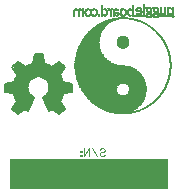
<source format=gbo>
G75*
G70*
%OFA0B0*%
%FSLAX24Y24*%
%IPPOS*%
%LPD*%
%AMOC8*
5,1,8,0,0,1.08239X$1,22.5*
%
%ADD10C,0.0020*%
%ADD11R,0.5300X0.1000*%
%ADD12R,0.0090X0.0003*%
%ADD13R,0.0205X0.0003*%
%ADD14R,0.0270X0.0003*%
%ADD15R,0.0335X0.0003*%
%ADD16R,0.0375X0.0003*%
%ADD17R,0.0413X0.0003*%
%ADD18R,0.0450X0.0003*%
%ADD19R,0.0490X0.0003*%
%ADD20R,0.0520X0.0003*%
%ADD21R,0.0545X0.0003*%
%ADD22R,0.0575X0.0003*%
%ADD23R,0.0605X0.0003*%
%ADD24R,0.0630X0.0003*%
%ADD25R,0.0655X0.0003*%
%ADD26R,0.0275X0.0003*%
%ADD27R,0.0403X0.0003*%
%ADD28R,0.0243X0.0003*%
%ADD29R,0.0430X0.0003*%
%ADD30R,0.0220X0.0003*%
%ADD31R,0.0460X0.0003*%
%ADD32R,0.0208X0.0003*%
%ADD33R,0.0198X0.0003*%
%ADD34R,0.0515X0.0003*%
%ADD35R,0.0185X0.0003*%
%ADD36R,0.0540X0.0003*%
%ADD37R,0.0175X0.0003*%
%ADD38R,0.0563X0.0003*%
%ADD39R,0.0170X0.0003*%
%ADD40R,0.0583X0.0003*%
%ADD41R,0.0163X0.0003*%
%ADD42R,0.0602X0.0003*%
%ADD43R,0.0160X0.0003*%
%ADD44R,0.0623X0.0003*%
%ADD45R,0.0153X0.0003*%
%ADD46R,0.0640X0.0003*%
%ADD47R,0.0147X0.0003*%
%ADD48R,0.0658X0.0003*%
%ADD49R,0.0143X0.0003*%
%ADD50R,0.0678X0.0003*%
%ADD51R,0.0693X0.0003*%
%ADD52R,0.0138X0.0003*%
%ADD53R,0.0712X0.0003*%
%ADD54R,0.0727X0.0003*%
%ADD55R,0.0133X0.0003*%
%ADD56R,0.0742X0.0003*%
%ADD57R,0.0130X0.0003*%
%ADD58R,0.0757X0.0003*%
%ADD59R,0.0125X0.0003*%
%ADD60R,0.0772X0.0003*%
%ADD61R,0.0123X0.0003*%
%ADD62R,0.0785X0.0003*%
%ADD63R,0.0120X0.0003*%
%ADD64R,0.0800X0.0003*%
%ADD65R,0.0118X0.0003*%
%ADD66R,0.0810X0.0003*%
%ADD67R,0.0825X0.0003*%
%ADD68R,0.0115X0.0003*%
%ADD69R,0.0838X0.0003*%
%ADD70R,0.0113X0.0003*%
%ADD71R,0.0853X0.0003*%
%ADD72R,0.0865X0.0003*%
%ADD73R,0.0110X0.0003*%
%ADD74R,0.0877X0.0003*%
%ADD75R,0.0107X0.0003*%
%ADD76R,0.0890X0.0003*%
%ADD77R,0.0902X0.0003*%
%ADD78R,0.0105X0.0003*%
%ADD79R,0.0912X0.0003*%
%ADD80R,0.0925X0.0003*%
%ADD81R,0.0103X0.0003*%
%ADD82R,0.0935X0.0003*%
%ADD83R,0.0948X0.0003*%
%ADD84R,0.0100X0.0003*%
%ADD85R,0.0958X0.0003*%
%ADD86R,0.0970X0.0003*%
%ADD87R,0.0098X0.0003*%
%ADD88R,0.0980X0.0003*%
%ADD89R,0.0993X0.0003*%
%ADD90R,0.0095X0.0003*%
%ADD91R,0.1003X0.0003*%
%ADD92R,0.0092X0.0003*%
%ADD93R,0.1013X0.0003*%
%ADD94R,0.1025X0.0003*%
%ADD95R,0.1032X0.0003*%
%ADD96R,0.1043X0.0003*%
%ADD97R,0.1053X0.0003*%
%ADD98R,0.0088X0.0003*%
%ADD99R,0.1065X0.0003*%
%ADD100R,0.1073X0.0003*%
%ADD101R,0.1083X0.0003*%
%ADD102R,0.1093X0.0003*%
%ADD103R,0.0085X0.0003*%
%ADD104R,0.1100X0.0003*%
%ADD105R,0.1113X0.0003*%
%ADD106R,0.1120X0.0003*%
%ADD107R,0.1130X0.0003*%
%ADD108R,0.1138X0.0003*%
%ADD109R,0.0083X0.0003*%
%ADD110R,0.1148X0.0003*%
%ADD111R,0.0080X0.0003*%
%ADD112R,0.1155X0.0003*%
%ADD113R,0.1163X0.0003*%
%ADD114R,0.1170X0.0003*%
%ADD115R,0.1180X0.0003*%
%ADD116R,0.0077X0.0003*%
%ADD117R,0.1187X0.0003*%
%ADD118R,0.1198X0.0003*%
%ADD119R,0.1205X0.0003*%
%ADD120R,0.1213X0.0003*%
%ADD121R,0.1223X0.0003*%
%ADD122R,0.1230X0.0003*%
%ADD123R,0.1238X0.0003*%
%ADD124R,0.1248X0.0003*%
%ADD125R,0.0075X0.0003*%
%ADD126R,0.1253X0.0003*%
%ADD127R,0.1260X0.0003*%
%ADD128R,0.1268X0.0003*%
%ADD129R,0.1278X0.0003*%
%ADD130R,0.0073X0.0003*%
%ADD131R,0.1283X0.0003*%
%ADD132R,0.1290X0.0003*%
%ADD133R,0.1300X0.0003*%
%ADD134R,0.1308X0.0003*%
%ADD135R,0.0070X0.0003*%
%ADD136R,0.1313X0.0003*%
%ADD137R,0.1320X0.0003*%
%ADD138R,0.1328X0.0003*%
%ADD139R,0.1335X0.0003*%
%ADD140R,0.1343X0.0003*%
%ADD141R,0.1350X0.0003*%
%ADD142R,0.1358X0.0003*%
%ADD143R,0.1363X0.0003*%
%ADD144R,0.1370X0.0003*%
%ADD145R,0.0067X0.0003*%
%ADD146R,0.1375X0.0003*%
%ADD147R,0.1383X0.0003*%
%ADD148R,0.1390X0.0003*%
%ADD149R,0.1395X0.0003*%
%ADD150R,0.1403X0.0003*%
%ADD151R,0.0065X0.0003*%
%ADD152R,0.1407X0.0003*%
%ADD153R,0.1415X0.0003*%
%ADD154R,0.1422X0.0003*%
%ADD155R,0.1430X0.0003*%
%ADD156R,0.1437X0.0003*%
%ADD157R,0.1442X0.0003*%
%ADD158R,0.1450X0.0003*%
%ADD159R,0.1452X0.0003*%
%ADD160R,0.1460X0.0003*%
%ADD161R,0.1465X0.0003*%
%ADD162R,0.0063X0.0003*%
%ADD163R,0.1472X0.0003*%
%ADD164R,0.1477X0.0003*%
%ADD165R,0.1482X0.0003*%
%ADD166R,0.1490X0.0003*%
%ADD167R,0.1495X0.0003*%
%ADD168R,0.1502X0.0003*%
%ADD169R,0.1508X0.0003*%
%ADD170R,0.0060X0.0003*%
%ADD171R,0.1513X0.0003*%
%ADD172R,0.1520X0.0003*%
%ADD173R,0.1525X0.0003*%
%ADD174R,0.1530X0.0003*%
%ADD175R,0.1535X0.0003*%
%ADD176R,0.1540X0.0003*%
%ADD177R,0.1548X0.0003*%
%ADD178R,0.1553X0.0003*%
%ADD179R,0.1560X0.0003*%
%ADD180R,0.1565X0.0003*%
%ADD181R,0.1570X0.0003*%
%ADD182R,0.1575X0.0003*%
%ADD183R,0.1580X0.0003*%
%ADD184R,0.0057X0.0003*%
%ADD185R,0.1585X0.0003*%
%ADD186R,0.1590X0.0003*%
%ADD187R,0.1595X0.0003*%
%ADD188R,0.1600X0.0003*%
%ADD189R,0.1605X0.0003*%
%ADD190R,0.0055X0.0003*%
%ADD191R,0.1613X0.0003*%
%ADD192R,0.1618X0.0003*%
%ADD193R,0.1620X0.0003*%
%ADD194R,0.1625X0.0003*%
%ADD195R,0.1633X0.0003*%
%ADD196R,0.1638X0.0003*%
%ADD197R,0.1640X0.0003*%
%ADD198R,0.1645X0.0003*%
%ADD199R,0.1653X0.0003*%
%ADD200R,0.1655X0.0003*%
%ADD201R,0.1660X0.0003*%
%ADD202R,0.1665X0.0003*%
%ADD203R,0.1673X0.0003*%
%ADD204R,0.1675X0.0003*%
%ADD205R,0.1680X0.0003*%
%ADD206R,0.1685X0.0003*%
%ADD207R,0.1688X0.0003*%
%ADD208R,0.0053X0.0003*%
%ADD209R,0.1693X0.0003*%
%ADD210R,0.1700X0.0003*%
%ADD211R,0.1703X0.0003*%
%ADD212R,0.1708X0.0003*%
%ADD213R,0.1713X0.0003*%
%ADD214R,0.1715X0.0003*%
%ADD215R,0.1720X0.0003*%
%ADD216R,0.1725X0.0003*%
%ADD217R,0.1730X0.0003*%
%ADD218R,0.1735X0.0003*%
%ADD219R,0.1737X0.0003*%
%ADD220R,0.1742X0.0003*%
%ADD221R,0.1747X0.0003*%
%ADD222R,0.1750X0.0003*%
%ADD223R,0.1755X0.0003*%
%ADD224R,0.1757X0.0003*%
%ADD225R,0.0050X0.0003*%
%ADD226R,0.1765X0.0003*%
%ADD227R,0.1770X0.0003*%
%ADD228R,0.1772X0.0003*%
%ADD229R,0.1777X0.0003*%
%ADD230R,0.1780X0.0003*%
%ADD231R,0.1785X0.0003*%
%ADD232R,0.1787X0.0003*%
%ADD233R,0.1792X0.0003*%
%ADD234R,0.1797X0.0003*%
%ADD235R,0.1800X0.0003*%
%ADD236R,0.1805X0.0003*%
%ADD237R,0.1807X0.0003*%
%ADD238R,0.1812X0.0003*%
%ADD239R,0.1815X0.0003*%
%ADD240R,0.1820X0.0003*%
%ADD241R,0.1823X0.0003*%
%ADD242R,0.1828X0.0003*%
%ADD243R,0.1830X0.0003*%
%ADD244R,0.1835X0.0003*%
%ADD245R,0.1838X0.0003*%
%ADD246R,0.1843X0.0003*%
%ADD247R,0.1845X0.0003*%
%ADD248R,0.1850X0.0003*%
%ADD249R,0.0047X0.0003*%
%ADD250R,0.1853X0.0003*%
%ADD251R,0.1858X0.0003*%
%ADD252R,0.1860X0.0003*%
%ADD253R,0.1865X0.0003*%
%ADD254R,0.1868X0.0003*%
%ADD255R,0.1873X0.0003*%
%ADD256R,0.1875X0.0003*%
%ADD257R,0.1878X0.0003*%
%ADD258R,0.1883X0.0003*%
%ADD259R,0.1885X0.0003*%
%ADD260R,0.1890X0.0003*%
%ADD261R,0.1893X0.0003*%
%ADD262R,0.1898X0.0003*%
%ADD263R,0.1900X0.0003*%
%ADD264R,0.1905X0.0003*%
%ADD265R,0.1908X0.0003*%
%ADD266R,0.1913X0.0003*%
%ADD267R,0.1915X0.0003*%
%ADD268R,0.1920X0.0003*%
%ADD269R,0.1923X0.0003*%
%ADD270R,0.1925X0.0003*%
%ADD271R,0.1930X0.0003*%
%ADD272R,0.1933X0.0003*%
%ADD273R,0.0045X0.0003*%
%ADD274R,0.1938X0.0003*%
%ADD275R,0.1940X0.0003*%
%ADD276R,0.1945X0.0003*%
%ADD277R,0.1948X0.0003*%
%ADD278R,0.1950X0.0003*%
%ADD279R,0.1955X0.0003*%
%ADD280R,0.1958X0.0003*%
%ADD281R,0.1960X0.0003*%
%ADD282R,0.1963X0.0003*%
%ADD283R,0.1965X0.0003*%
%ADD284R,0.1968X0.0003*%
%ADD285R,0.1973X0.0003*%
%ADD286R,0.1975X0.0003*%
%ADD287R,0.1978X0.0003*%
%ADD288R,0.1983X0.0003*%
%ADD289R,0.1985X0.0003*%
%ADD290R,0.1990X0.0003*%
%ADD291R,0.1993X0.0003*%
%ADD292R,0.1995X0.0003*%
%ADD293R,0.1998X0.0003*%
%ADD294R,0.2000X0.0003*%
%ADD295R,0.2003X0.0003*%
%ADD296R,0.2008X0.0003*%
%ADD297R,0.2010X0.0003*%
%ADD298R,0.0043X0.0003*%
%ADD299R,0.2013X0.0003*%
%ADD300R,0.0750X0.0003*%
%ADD301R,0.0725X0.0003*%
%ADD302R,0.1218X0.0003*%
%ADD303R,0.0703X0.0003*%
%ADD304R,0.1208X0.0003*%
%ADD305R,0.0695X0.0003*%
%ADD306R,0.1203X0.0003*%
%ADD307R,0.0688X0.0003*%
%ADD308R,0.0683X0.0003*%
%ADD309R,0.1195X0.0003*%
%ADD310R,0.0673X0.0003*%
%ADD311R,0.1185X0.0003*%
%ADD312R,0.0668X0.0003*%
%ADD313R,0.1182X0.0003*%
%ADD314R,0.0663X0.0003*%
%ADD315R,0.0660X0.0003*%
%ADD316R,0.1177X0.0003*%
%ADD317R,0.1175X0.0003*%
%ADD318R,0.0653X0.0003*%
%ADD319R,0.1172X0.0003*%
%ADD320R,0.0650X0.0003*%
%ADD321R,0.0645X0.0003*%
%ADD322R,0.1168X0.0003*%
%ADD323R,0.0643X0.0003*%
%ADD324R,0.1165X0.0003*%
%ADD325R,0.0638X0.0003*%
%ADD326R,0.0635X0.0003*%
%ADD327R,0.0633X0.0003*%
%ADD328R,0.1160X0.0003*%
%ADD329R,0.0625X0.0003*%
%ADD330R,0.1158X0.0003*%
%ADD331R,0.0620X0.0003*%
%ADD332R,0.0617X0.0003*%
%ADD333R,0.0615X0.0003*%
%ADD334R,0.0612X0.0003*%
%ADD335R,0.0610X0.0003*%
%ADD336R,0.0607X0.0003*%
%ADD337R,0.0600X0.0003*%
%ADD338R,0.0597X0.0003*%
%ADD339R,0.0040X0.0003*%
%ADD340R,0.0595X0.0003*%
%ADD341R,0.0592X0.0003*%
%ADD342R,0.0590X0.0003*%
%ADD343R,0.0587X0.0003*%
%ADD344R,0.0585X0.0003*%
%ADD345R,0.0580X0.0003*%
%ADD346R,0.0578X0.0003*%
%ADD347R,0.1190X0.0003*%
%ADD348R,0.1192X0.0003*%
%ADD349R,0.1200X0.0003*%
%ADD350R,0.1215X0.0003*%
%ADD351R,0.0037X0.0003*%
%ADD352R,0.1220X0.0003*%
%ADD353R,0.1225X0.0003*%
%ADD354R,0.1228X0.0003*%
%ADD355R,0.1233X0.0003*%
%ADD356R,0.1235X0.0003*%
%ADD357R,0.1240X0.0003*%
%ADD358R,0.1243X0.0003*%
%ADD359R,0.1245X0.0003*%
%ADD360R,0.1250X0.0003*%
%ADD361R,0.1255X0.0003*%
%ADD362R,0.1265X0.0003*%
%ADD363R,0.1270X0.0003*%
%ADD364R,0.1273X0.0003*%
%ADD365R,0.1288X0.0003*%
%ADD366R,0.1295X0.0003*%
%ADD367R,0.1298X0.0003*%
%ADD368R,0.1303X0.0003*%
%ADD369R,0.1310X0.0003*%
%ADD370R,0.1315X0.0003*%
%ADD371R,0.1318X0.0003*%
%ADD372R,0.1323X0.0003*%
%ADD373R,0.1325X0.0003*%
%ADD374R,0.0628X0.0003*%
%ADD375R,0.1333X0.0003*%
%ADD376R,0.1340X0.0003*%
%ADD377R,0.1353X0.0003*%
%ADD378R,0.1355X0.0003*%
%ADD379R,0.0648X0.0003*%
%ADD380R,0.1365X0.0003*%
%ADD381R,0.1380X0.0003*%
%ADD382R,0.1385X0.0003*%
%ADD383R,0.0665X0.0003*%
%ADD384R,0.0670X0.0003*%
%ADD385R,0.1398X0.0003*%
%ADD386R,0.0680X0.0003*%
%ADD387R,0.1410X0.0003*%
%ADD388R,0.0685X0.0003*%
%ADD389R,0.1417X0.0003*%
%ADD390R,0.1425X0.0003*%
%ADD391R,0.0700X0.0003*%
%ADD392R,0.1435X0.0003*%
%ADD393R,0.0707X0.0003*%
%ADD394R,0.1445X0.0003*%
%ADD395R,0.0717X0.0003*%
%ADD396R,0.1455X0.0003*%
%ADD397R,0.0735X0.0003*%
%ADD398R,0.1475X0.0003*%
%ADD399R,0.2253X0.0003*%
%ADD400R,0.2255X0.0003*%
%ADD401R,0.2258X0.0003*%
%ADD402R,0.0035X0.0003*%
%ADD403R,0.2250X0.0003*%
%ADD404R,0.2248X0.0003*%
%ADD405R,0.2245X0.0003*%
%ADD406R,0.2243X0.0003*%
%ADD407R,0.2240X0.0003*%
%ADD408R,0.2238X0.0003*%
%ADD409R,0.2235X0.0003*%
%ADD410R,0.2233X0.0003*%
%ADD411R,0.2230X0.0003*%
%ADD412R,0.2228X0.0003*%
%ADD413R,0.2225X0.0003*%
%ADD414R,0.2223X0.0003*%
%ADD415R,0.2220X0.0003*%
%ADD416R,0.2218X0.0003*%
%ADD417R,0.2215X0.0003*%
%ADD418R,0.2213X0.0003*%
%ADD419R,0.2210X0.0003*%
%ADD420R,0.2208X0.0003*%
%ADD421R,0.2205X0.0003*%
%ADD422R,0.2203X0.0003*%
%ADD423R,0.2200X0.0003*%
%ADD424R,0.2198X0.0003*%
%ADD425R,0.2195X0.0003*%
%ADD426R,0.2193X0.0003*%
%ADD427R,0.2190X0.0003*%
%ADD428R,0.2188X0.0003*%
%ADD429R,0.2185X0.0003*%
%ADD430R,0.2183X0.0003*%
%ADD431R,0.2180X0.0003*%
%ADD432R,0.2178X0.0003*%
%ADD433R,0.2175X0.0003*%
%ADD434R,0.2173X0.0003*%
%ADD435R,0.2170X0.0003*%
%ADD436R,0.2168X0.0003*%
%ADD437R,0.2165X0.0003*%
%ADD438R,0.2163X0.0003*%
%ADD439R,0.2160X0.0003*%
%ADD440R,0.2158X0.0003*%
%ADD441R,0.2155X0.0003*%
%ADD442R,0.2153X0.0003*%
%ADD443R,0.2150X0.0003*%
%ADD444R,0.2148X0.0003*%
%ADD445R,0.2145X0.0003*%
%ADD446R,0.2143X0.0003*%
%ADD447R,0.2140X0.0003*%
%ADD448R,0.2138X0.0003*%
%ADD449R,0.2135X0.0003*%
%ADD450R,0.2133X0.0003*%
%ADD451R,0.2130X0.0003*%
%ADD452R,0.2127X0.0003*%
%ADD453R,0.2125X0.0003*%
%ADD454R,0.2122X0.0003*%
%ADD455R,0.2120X0.0003*%
%ADD456R,0.2117X0.0003*%
%ADD457R,0.2115X0.0003*%
%ADD458R,0.2112X0.0003*%
%ADD459R,0.2110X0.0003*%
%ADD460R,0.2107X0.0003*%
%ADD461R,0.2105X0.0003*%
%ADD462R,0.2100X0.0003*%
%ADD463R,0.2097X0.0003*%
%ADD464R,0.2095X0.0003*%
%ADD465R,0.2092X0.0003*%
%ADD466R,0.2090X0.0003*%
%ADD467R,0.2085X0.0003*%
%ADD468R,0.2082X0.0003*%
%ADD469R,0.2080X0.0003*%
%ADD470R,0.2075X0.0003*%
%ADD471R,0.2072X0.0003*%
%ADD472R,0.2070X0.0003*%
%ADD473R,0.2065X0.0003*%
%ADD474R,0.2062X0.0003*%
%ADD475R,0.2060X0.0003*%
%ADD476R,0.2055X0.0003*%
%ADD477R,0.2052X0.0003*%
%ADD478R,0.2047X0.0003*%
%ADD479R,0.2045X0.0003*%
%ADD480R,0.2040X0.0003*%
%ADD481R,0.2037X0.0003*%
%ADD482R,0.0032X0.0003*%
%ADD483R,0.2035X0.0003*%
%ADD484R,0.2032X0.0003*%
%ADD485R,0.2028X0.0003*%
%ADD486R,0.2025X0.0003*%
%ADD487R,0.2020X0.0003*%
%ADD488R,0.2018X0.0003*%
%ADD489R,0.2005X0.0003*%
%ADD490R,0.1988X0.0003*%
%ADD491R,0.1953X0.0003*%
%ADD492R,0.1943X0.0003*%
%ADD493R,0.1910X0.0003*%
%ADD494R,0.1903X0.0003*%
%ADD495R,0.1810X0.0003*%
%ADD496R,0.1802X0.0003*%
%ADD497R,0.1790X0.0003*%
%ADD498R,0.1545X0.0003*%
%ADD499R,0.1518X0.0003*%
%ADD500R,0.1497X0.0003*%
%ADD501R,0.1480X0.0003*%
%ADD502R,0.1467X0.0003*%
%ADD503R,0.1440X0.0003*%
%ADD504R,0.1400X0.0003*%
%ADD505R,0.1348X0.0003*%
%ADD506R,0.1285X0.0003*%
%ADD507R,0.1280X0.0003*%
%ADD508R,0.1263X0.0003*%
%ADD509R,0.1258X0.0003*%
%ADD510R,0.1150X0.0003*%
%ADD511R,0.1143X0.0003*%
%ADD512R,0.1140X0.0003*%
%ADD513R,0.1135X0.0003*%
%ADD514R,0.1133X0.0003*%
%ADD515R,0.1125X0.0003*%
%ADD516R,0.1123X0.0003*%
%ADD517R,0.1110X0.0003*%
%ADD518R,0.1108X0.0003*%
%ADD519R,0.1105X0.0003*%
%ADD520R,0.1098X0.0003*%
%ADD521R,0.1095X0.0003*%
%ADD522R,0.1088X0.0003*%
%ADD523R,0.1080X0.0003*%
%ADD524R,0.1078X0.0003*%
%ADD525R,0.1075X0.0003*%
%ADD526R,0.1070X0.0003*%
%ADD527R,0.1060X0.0003*%
%ADD528R,0.1058X0.0003*%
%ADD529R,0.1055X0.0003*%
%ADD530R,0.1050X0.0003*%
%ADD531R,0.1048X0.0003*%
%ADD532R,0.1045X0.0003*%
%ADD533R,0.1038X0.0003*%
%ADD534R,0.1035X0.0003*%
%ADD535R,0.1030X0.0003*%
%ADD536R,0.1027X0.0003*%
%ADD537R,0.1022X0.0003*%
%ADD538R,0.1020X0.0003*%
%ADD539R,0.1015X0.0003*%
%ADD540R,0.1010X0.0003*%
%ADD541R,0.1008X0.0003*%
%ADD542R,0.1005X0.0003*%
%ADD543R,0.1000X0.0003*%
%ADD544R,0.0998X0.0003*%
%ADD545R,0.0995X0.0003*%
%ADD546R,0.0990X0.0003*%
%ADD547R,0.0985X0.0003*%
%ADD548R,0.0983X0.0003*%
%ADD549R,0.0978X0.0003*%
%ADD550R,0.0975X0.0003*%
%ADD551R,0.0968X0.0003*%
%ADD552R,0.0965X0.0003*%
%ADD553R,0.0963X0.0003*%
%ADD554R,0.0955X0.0003*%
%ADD555R,0.0953X0.0003*%
%ADD556R,0.0950X0.0003*%
%ADD557R,0.0943X0.0003*%
%ADD558R,0.0940X0.0003*%
%ADD559R,0.0938X0.0003*%
%ADD560R,0.0933X0.0003*%
%ADD561R,0.0930X0.0003*%
%ADD562R,0.0927X0.0003*%
%ADD563R,0.0922X0.0003*%
%ADD564R,0.0920X0.0003*%
%ADD565R,0.0917X0.0003*%
%ADD566R,0.0915X0.0003*%
%ADD567R,0.0910X0.0003*%
%ADD568R,0.0907X0.0003*%
%ADD569R,0.0900X0.0003*%
%ADD570R,0.0897X0.0003*%
%ADD571R,0.0892X0.0003*%
%ADD572R,0.0887X0.0003*%
%ADD573R,0.0882X0.0003*%
%ADD574R,0.0880X0.0003*%
%ADD575R,0.0875X0.0003*%
%ADD576R,0.0872X0.0003*%
%ADD577R,0.0870X0.0003*%
%ADD578R,0.0867X0.0003*%
%ADD579R,0.0862X0.0003*%
%ADD580R,0.0860X0.0003*%
%ADD581R,0.0858X0.0003*%
%ADD582R,0.0855X0.0003*%
%ADD583R,0.0850X0.0003*%
%ADD584R,0.0848X0.0003*%
%ADD585R,0.0845X0.0003*%
%ADD586R,0.0843X0.0003*%
%ADD587R,0.0835X0.0003*%
%ADD588R,0.0830X0.0003*%
%ADD589R,0.0828X0.0003*%
%ADD590R,0.0823X0.0003*%
%ADD591R,0.0818X0.0003*%
%ADD592R,0.0815X0.0003*%
%ADD593R,0.0813X0.0003*%
%ADD594R,0.0805X0.0003*%
%ADD595R,0.0803X0.0003*%
%ADD596R,0.0798X0.0003*%
%ADD597R,0.0795X0.0003*%
%ADD598R,0.0793X0.0003*%
%ADD599R,0.0790X0.0003*%
%ADD600R,0.0788X0.0003*%
%ADD601R,0.0783X0.0003*%
%ADD602R,0.0780X0.0003*%
%ADD603R,0.0778X0.0003*%
%ADD604R,0.0775X0.0003*%
%ADD605R,0.0770X0.0003*%
%ADD606R,0.0767X0.0003*%
%ADD607R,0.0765X0.0003*%
%ADD608R,0.0762X0.0003*%
%ADD609R,0.0760X0.0003*%
%ADD610R,0.0755X0.0003*%
%ADD611R,0.0752X0.0003*%
%ADD612R,0.0745X0.0003*%
%ADD613R,0.0740X0.0003*%
%ADD614R,0.0737X0.0003*%
%ADD615R,0.0135X0.0003*%
%ADD616R,0.0732X0.0003*%
%ADD617R,0.0730X0.0003*%
%ADD618R,0.0180X0.0003*%
%ADD619R,0.0193X0.0003*%
%ADD620R,0.0200X0.0003*%
%ADD621R,0.0210X0.0003*%
%ADD622R,0.0720X0.0003*%
%ADD623R,0.0225X0.0003*%
%ADD624R,0.0235X0.0003*%
%ADD625R,0.0240X0.0003*%
%ADD626R,0.0715X0.0003*%
%ADD627R,0.0250X0.0003*%
%ADD628R,0.0255X0.0003*%
%ADD629R,0.0260X0.0003*%
%ADD630R,0.0267X0.0003*%
%ADD631R,0.0710X0.0003*%
%ADD632R,0.0280X0.0003*%
%ADD633R,0.0705X0.0003*%
%ADD634R,0.0285X0.0003*%
%ADD635R,0.0290X0.0003*%
%ADD636R,0.0295X0.0003*%
%ADD637R,0.0300X0.0003*%
%ADD638R,0.0305X0.0003*%
%ADD639R,0.0698X0.0003*%
%ADD640R,0.0310X0.0003*%
%ADD641R,0.0315X0.0003*%
%ADD642R,0.0318X0.0003*%
%ADD643R,0.0320X0.0003*%
%ADD644R,0.0325X0.0003*%
%ADD645R,0.0690X0.0003*%
%ADD646R,0.0330X0.0003*%
%ADD647R,0.0340X0.0003*%
%ADD648R,0.0345X0.0003*%
%ADD649R,0.0348X0.0003*%
%ADD650R,0.0350X0.0003*%
%ADD651R,0.0355X0.0003*%
%ADD652R,0.0360X0.0003*%
%ADD653R,0.0675X0.0003*%
%ADD654R,0.0365X0.0003*%
%ADD655R,0.0370X0.0003*%
%ADD656R,0.0380X0.0003*%
%ADD657R,0.0385X0.0003*%
%ADD658R,0.0390X0.0003*%
%ADD659R,0.0395X0.0003*%
%ADD660R,0.0398X0.0003*%
%ADD661R,0.0400X0.0003*%
%ADD662R,0.0405X0.0003*%
%ADD663R,0.0410X0.0003*%
%ADD664R,0.0415X0.0003*%
%ADD665R,0.0408X0.0003*%
%ADD666R,0.0573X0.0003*%
%ADD667R,0.0570X0.0003*%
%ADD668R,0.0568X0.0003*%
%ADD669R,0.0565X0.0003*%
%ADD670R,0.0372X0.0003*%
%ADD671R,0.0367X0.0003*%
%ADD672R,0.0560X0.0003*%
%ADD673R,0.0558X0.0003*%
%ADD674R,0.0555X0.0003*%
%ADD675R,0.0352X0.0003*%
%ADD676R,0.0553X0.0003*%
%ADD677R,0.0550X0.0003*%
%ADD678R,0.0548X0.0003*%
%ADD679R,0.0543X0.0003*%
%ADD680R,0.0537X0.0003*%
%ADD681R,0.0302X0.0003*%
%ADD682R,0.0535X0.0003*%
%ADD683R,0.0288X0.0003*%
%ADD684R,0.0532X0.0003*%
%ADD685R,0.0530X0.0003*%
%ADD686R,0.0527X0.0003*%
%ADD687R,0.0265X0.0003*%
%ADD688R,0.0253X0.0003*%
%ADD689R,0.0525X0.0003*%
%ADD690R,0.0245X0.0003*%
%ADD691R,0.0522X0.0003*%
%ADD692R,0.0230X0.0003*%
%ADD693R,0.0215X0.0003*%
%ADD694R,0.0517X0.0003*%
%ADD695R,0.0190X0.0003*%
%ADD696R,0.0512X0.0003*%
%ADD697R,0.0155X0.0003*%
%ADD698R,0.0510X0.0003*%
%ADD699R,0.0508X0.0003*%
%ADD700R,0.0505X0.0003*%
%ADD701R,0.0010X0.0003*%
%ADD702R,0.0503X0.0003*%
%ADD703R,0.0500X0.0003*%
%ADD704R,0.0498X0.0003*%
%ADD705R,0.0495X0.0003*%
%ADD706R,0.0493X0.0003*%
%ADD707R,0.0488X0.0003*%
%ADD708R,0.0485X0.0003*%
%ADD709R,0.0483X0.0003*%
%ADD710R,0.0480X0.0003*%
%ADD711R,0.0478X0.0003*%
%ADD712R,0.0475X0.0003*%
%ADD713R,0.0473X0.0003*%
%ADD714R,0.0470X0.0003*%
%ADD715R,0.0468X0.0003*%
%ADD716R,0.0465X0.0003*%
%ADD717R,0.0462X0.0003*%
%ADD718R,0.0457X0.0003*%
%ADD719R,0.0455X0.0003*%
%ADD720R,0.0452X0.0003*%
%ADD721R,0.0447X0.0003*%
%ADD722R,0.0445X0.0003*%
%ADD723R,0.0442X0.0003*%
%ADD724R,0.0440X0.0003*%
%ADD725R,0.0437X0.0003*%
%ADD726R,0.0435X0.0003*%
%ADD727R,0.0432X0.0003*%
%ADD728R,0.0428X0.0003*%
%ADD729R,0.0425X0.0003*%
%ADD730R,0.0423X0.0003*%
%ADD731R,0.0420X0.0003*%
%ADD732R,0.0418X0.0003*%
%ADD733R,0.0393X0.0003*%
%ADD734R,0.0388X0.0003*%
%ADD735R,0.0382X0.0003*%
%ADD736R,0.0377X0.0003*%
%ADD737R,0.0362X0.0003*%
%ADD738R,0.0343X0.0003*%
%ADD739R,0.0338X0.0003*%
%ADD740R,0.0333X0.0003*%
%ADD741R,0.0328X0.0003*%
%ADD742R,0.0323X0.0003*%
%ADD743R,0.0313X0.0003*%
%ADD744R,0.0308X0.0003*%
%ADD745R,0.0297X0.0003*%
%ADD746R,0.0293X0.0003*%
%ADD747R,0.0283X0.0003*%
%ADD748R,0.0278X0.0003*%
%ADD749R,0.0273X0.0003*%
%ADD750R,0.0262X0.0003*%
%ADD751R,0.0257X0.0003*%
%ADD752R,0.0248X0.0003*%
%ADD753R,0.0238X0.0003*%
%ADD754R,0.0140X0.0003*%
%ADD755R,0.0145X0.0003*%
%ADD756R,0.0158X0.0003*%
%ADD757R,0.0195X0.0003*%
%ADD758R,0.0150X0.0003*%
%ADD759R,0.0165X0.0003*%
%ADD760R,0.0173X0.0003*%
%ADD761R,0.0203X0.0003*%
%ADD762R,0.0018X0.0003*%
%ADD763R,0.0020X0.0003*%
%ADD764R,0.0025X0.0003*%
%ADD765R,0.0015X0.0003*%
%ADD766R,0.0005X0.0003*%
%ADD767R,0.0027X0.0003*%
%ADD768R,0.0127X0.0003*%
%ADD769R,0.0168X0.0003*%
%ADD770R,0.0177X0.0003*%
%ADD771R,0.0182X0.0003*%
%ADD772R,0.0030X0.0003*%
%ADD773R,0.0187X0.0003*%
%ADD774R,0.0022X0.0003*%
%ADD775R,0.0222X0.0003*%
%ADD776R,0.0227X0.0003*%
%ADD777R,0.0213X0.0003*%
%ADD778C,0.0060*%
D10*
X007266Y002760D02*
X007310Y002760D01*
X007310Y002803D01*
X007266Y002803D01*
X007266Y002760D01*
X007394Y002760D02*
X007394Y003020D01*
X007310Y002933D02*
X007310Y002890D01*
X007266Y002890D01*
X007266Y002933D01*
X007310Y002933D01*
X007394Y002760D02*
X007568Y003020D01*
X007568Y002760D01*
X007825Y002760D02*
X007652Y003020D01*
X007910Y002977D02*
X007953Y003020D01*
X008040Y003020D01*
X008083Y002977D01*
X008083Y002933D01*
X008040Y002890D01*
X007953Y002890D01*
X007910Y002847D01*
X007910Y002803D01*
X007953Y002760D01*
X008040Y002760D01*
X008083Y002803D01*
D11*
X007543Y002150D03*
D12*
X008690Y004150D03*
X009302Y004290D03*
X009315Y004295D03*
X009315Y007210D03*
X009302Y007215D03*
X009012Y007448D03*
X008922Y007645D03*
X008650Y007610D03*
X008515Y007505D03*
X008412Y007445D03*
X008227Y007618D03*
X008122Y007448D03*
X008000Y007453D03*
X007785Y007610D03*
X007582Y007610D03*
X007475Y007610D03*
X007342Y007608D03*
X007267Y007640D03*
X010205Y007648D03*
X010330Y007643D03*
X010330Y007485D03*
D13*
X010272Y007480D03*
X010272Y007478D03*
X010015Y007475D03*
X010015Y007473D03*
X009790Y007390D03*
X009565Y007390D03*
X009540Y007668D03*
X009765Y007668D03*
X008955Y007623D03*
X008955Y007443D03*
X008960Y007313D03*
X008057Y007613D03*
X008690Y004153D03*
D14*
X008690Y004155D03*
X008690Y006695D03*
X008140Y007203D03*
X008475Y007318D03*
D15*
X008690Y007348D03*
X008690Y006660D03*
X008690Y006415D03*
X008690Y006413D03*
X007952Y007078D03*
X008690Y004158D03*
D16*
X008690Y004160D03*
X008690Y006445D03*
X008690Y006448D03*
X008690Y006625D03*
X008690Y006628D03*
X008690Y007345D03*
X007870Y007000D03*
X007867Y006998D03*
D17*
X007803Y006928D03*
X007801Y006925D03*
X008688Y006565D03*
X008688Y006510D03*
X008688Y004163D03*
D18*
X008690Y004165D03*
X007745Y006850D03*
X007747Y006853D03*
D19*
X007697Y006773D03*
X007695Y006770D03*
X008690Y007338D03*
X008562Y004193D03*
X008690Y004168D03*
D20*
X008690Y004170D03*
X007665Y006713D03*
X008690Y007335D03*
D21*
X007642Y006665D03*
X007642Y006663D03*
X010122Y007423D03*
X008690Y004173D03*
D22*
X008690Y004175D03*
X007620Y006608D03*
X008690Y007330D03*
D23*
X008690Y007328D03*
X007602Y006555D03*
X007602Y006553D03*
X009162Y005088D03*
X009162Y004848D03*
X008690Y004178D03*
D24*
X008690Y004180D03*
X009145Y004815D03*
X009145Y005123D03*
X007590Y006508D03*
X007590Y006510D03*
X008690Y007325D03*
D25*
X008690Y007323D03*
X007580Y006468D03*
X007580Y006465D03*
X009127Y005145D03*
X008690Y004183D03*
D26*
X008892Y004185D03*
X008690Y006380D03*
X008690Y006693D03*
X008130Y007198D03*
X008125Y007195D03*
X008120Y007193D03*
X008690Y007350D03*
D27*
X008688Y006590D03*
X007818Y006945D03*
X007816Y006943D03*
X008551Y004185D03*
D28*
X008918Y004188D03*
X008918Y007318D03*
X008283Y007268D03*
X008276Y007265D03*
X008263Y007260D03*
D29*
X007775Y006890D03*
X007772Y006888D03*
X008555Y004188D03*
D30*
X008940Y004190D03*
X008690Y006360D03*
X008940Y007315D03*
D31*
X007732Y006830D03*
X007730Y006828D03*
X008560Y004190D03*
D32*
X008958Y004193D03*
X008688Y006718D03*
X008953Y007445D03*
X008953Y007618D03*
X008953Y007620D03*
X009541Y007665D03*
X009766Y007665D03*
X010016Y007480D03*
X010016Y007478D03*
X010271Y007658D03*
X009566Y007393D03*
X008058Y007438D03*
X008058Y007440D03*
D33*
X008053Y007623D03*
X007528Y007445D03*
X008703Y007445D03*
X008958Y007433D03*
X009213Y007480D03*
X009216Y007483D03*
X009546Y007463D03*
X009566Y007385D03*
X009771Y007463D03*
X009791Y007385D03*
X009761Y007675D03*
X009536Y007675D03*
X010276Y007470D03*
X008973Y004195D03*
D34*
X008565Y004195D03*
X007670Y006723D03*
D35*
X007530Y007438D03*
X008460Y007513D03*
X008702Y007438D03*
X008990Y007308D03*
X009212Y007470D03*
X009560Y007485D03*
X009567Y007380D03*
X009792Y007380D03*
X009785Y007485D03*
X009787Y007488D03*
X008990Y004198D03*
D36*
X008567Y004198D03*
X007647Y006675D03*
D37*
X007740Y007615D03*
X007737Y007618D03*
X007735Y007620D03*
X008702Y007433D03*
X009005Y007305D03*
X009222Y007658D03*
X009005Y004200D03*
D38*
X008568Y004200D03*
X007628Y006630D03*
X007628Y006633D03*
X007631Y006635D03*
X010113Y007403D03*
D39*
X009790Y007570D03*
X009222Y007660D03*
X009017Y007303D03*
X008702Y007430D03*
X008452Y007523D03*
X008690Y006728D03*
X008690Y006348D03*
X007530Y007430D03*
X009017Y004203D03*
D40*
X008568Y004203D03*
X009181Y004908D03*
X009181Y004910D03*
X009181Y004913D03*
X009181Y005023D03*
X009181Y005025D03*
X009181Y005028D03*
X009181Y005030D03*
X007616Y006595D03*
D41*
X007528Y007428D03*
X007528Y007630D03*
X007733Y007628D03*
X007736Y007430D03*
X009028Y007300D03*
X009573Y007495D03*
X009566Y007565D03*
X009791Y007565D03*
X009798Y007495D03*
X009028Y004205D03*
D42*
X008571Y004205D03*
X009163Y004850D03*
X009163Y004853D03*
X009166Y004855D03*
X009166Y005080D03*
X009166Y005083D03*
X009163Y005085D03*
X007603Y006558D03*
D43*
X008447Y007528D03*
X008470Y007628D03*
X008702Y007630D03*
X009222Y007665D03*
X009212Y007460D03*
X008690Y006345D03*
X009040Y004208D03*
D44*
X008571Y004208D03*
X009148Y004820D03*
X009151Y004825D03*
X009148Y005115D03*
X007593Y006523D03*
X007593Y006525D03*
D45*
X007528Y007423D03*
X007736Y007425D03*
X007528Y007633D03*
X008443Y007530D03*
X008703Y007423D03*
X009213Y007458D03*
X009566Y007560D03*
X009581Y007498D03*
X009791Y007560D03*
X009051Y004210D03*
D46*
X008572Y004210D03*
X009137Y005133D03*
X007587Y006493D03*
D47*
X007736Y007423D03*
X007528Y007635D03*
X008261Y007600D03*
X008703Y007635D03*
X009063Y007293D03*
X009221Y007670D03*
X009566Y007558D03*
X009791Y007558D03*
X010241Y007660D03*
X008688Y006343D03*
X009063Y004213D03*
D48*
X008571Y004213D03*
X009126Y004790D03*
X007578Y006460D03*
X007578Y006463D03*
D49*
X008688Y006733D03*
X008468Y007635D03*
X007733Y007635D03*
X007123Y007623D03*
X009221Y007673D03*
X009566Y007555D03*
X009791Y007555D03*
X010241Y007663D03*
X009083Y004218D03*
X009073Y004215D03*
D50*
X008571Y004215D03*
X009113Y004778D03*
X009113Y005158D03*
X007573Y006428D03*
X007573Y006430D03*
D51*
X007571Y006405D03*
X009103Y005165D03*
X008571Y004218D03*
D52*
X009093Y004220D03*
X009103Y004223D03*
X009103Y007283D03*
X008923Y007625D03*
X009221Y007675D03*
X009513Y007455D03*
X009568Y007365D03*
X009791Y007365D03*
X010043Y007465D03*
X010241Y007665D03*
X008703Y007418D03*
X008436Y007535D03*
X007528Y007638D03*
X007528Y007418D03*
X007123Y007625D03*
D53*
X007566Y006375D03*
X007566Y006373D03*
X007566Y006370D03*
X009091Y004765D03*
X008571Y004220D03*
D54*
X008571Y004223D03*
X007563Y006348D03*
X007563Y006350D03*
D55*
X008088Y007428D03*
X008496Y007425D03*
X008931Y007428D03*
X008923Y007628D03*
X009113Y007280D03*
X009566Y007553D03*
X009813Y007500D03*
X010043Y007463D03*
X010241Y007668D03*
X007528Y007640D03*
X007123Y007630D03*
X009113Y004225D03*
D56*
X008571Y004225D03*
D57*
X009122Y004228D03*
X008690Y006735D03*
X009122Y007278D03*
X008702Y007640D03*
X008432Y007538D03*
X007737Y007418D03*
D58*
X007561Y006305D03*
X007561Y006303D03*
X008571Y004228D03*
D59*
X009132Y004230D03*
X009132Y007275D03*
X008827Y007523D03*
X008827Y007525D03*
X008827Y007528D03*
X008827Y007530D03*
X008827Y007533D03*
X008827Y007535D03*
X009567Y007363D03*
X009792Y007363D03*
X010045Y007460D03*
X007737Y007415D03*
D60*
X007561Y006283D03*
X007561Y006280D03*
X008571Y004230D03*
D61*
X009138Y004233D03*
X009148Y007270D03*
X009141Y007273D03*
X008931Y007423D03*
X008923Y007633D03*
X008703Y007643D03*
X008078Y007635D03*
X008088Y007423D03*
X007528Y007643D03*
X010241Y007673D03*
D62*
X007562Y006265D03*
X008570Y004233D03*
D63*
X009147Y004235D03*
X008690Y006338D03*
X008702Y007413D03*
X008497Y007420D03*
X009220Y007680D03*
X009675Y007408D03*
X010045Y007458D03*
X010250Y007458D03*
X007270Y007625D03*
X007122Y007635D03*
D64*
X007562Y006245D03*
X007562Y006243D03*
X008570Y004235D03*
D65*
X009156Y004238D03*
X009163Y004240D03*
X009163Y007265D03*
X009156Y007268D03*
X008931Y007420D03*
X008923Y007635D03*
X008466Y007643D03*
X008426Y007540D03*
X008088Y007420D03*
X007733Y007643D03*
X007528Y007413D03*
X009566Y007548D03*
X009791Y007548D03*
X009793Y007545D03*
D66*
X007562Y006233D03*
X007562Y006230D03*
X008570Y004238D03*
D67*
X008570Y004240D03*
X007565Y006208D03*
X007565Y006210D03*
D68*
X007737Y007413D03*
X008077Y007638D03*
X008497Y007418D03*
X009172Y007263D03*
X009212Y007448D03*
X009497Y007653D03*
X009570Y007545D03*
X009575Y007543D03*
X009675Y007445D03*
X009675Y007410D03*
X009722Y007653D03*
X009790Y007683D03*
X010045Y007455D03*
X010250Y007455D03*
X010240Y007675D03*
X007270Y007628D03*
X007210Y007608D03*
X007122Y007638D03*
X009172Y004243D03*
D69*
X008568Y004243D03*
X007566Y006190D03*
X007566Y006193D03*
D70*
X007528Y007645D03*
X009181Y007260D03*
X009188Y007258D03*
X009578Y007540D03*
X009566Y007683D03*
X009798Y007543D03*
X009803Y007540D03*
X009791Y007360D03*
X009188Y004248D03*
X009181Y004245D03*
D71*
X008568Y004245D03*
X007568Y006173D03*
D72*
X007570Y006160D03*
X007570Y006158D03*
X008567Y004248D03*
D73*
X009197Y004250D03*
X008690Y006738D03*
X009197Y007255D03*
X008932Y007418D03*
X008922Y007638D03*
X008702Y007645D03*
X008465Y007645D03*
X009220Y007683D03*
X009567Y007360D03*
X009675Y007413D03*
X009675Y007443D03*
X010240Y007678D03*
X007270Y007630D03*
D74*
X008566Y004250D03*
D75*
X009203Y004253D03*
X009211Y004255D03*
X009211Y007250D03*
X009203Y007253D03*
X009583Y007538D03*
X009673Y007440D03*
X009808Y007538D03*
X010046Y007453D03*
X010251Y007453D03*
X010321Y007648D03*
X008703Y007410D03*
X008498Y007415D03*
X008088Y007418D03*
X008008Y007448D03*
X008078Y007640D03*
X007733Y007645D03*
X007528Y007410D03*
X007268Y007633D03*
X007123Y007640D03*
D76*
X007575Y006130D03*
X007575Y006128D03*
X008567Y004253D03*
D77*
X008566Y004255D03*
X007578Y006113D03*
D78*
X007737Y007410D03*
X007210Y007605D03*
X008505Y007508D03*
X008922Y007640D03*
X009217Y007248D03*
X009225Y007245D03*
X009675Y007415D03*
X009675Y007418D03*
X009225Y004260D03*
X009217Y004258D03*
D79*
X008566Y004258D03*
X007581Y006103D03*
D80*
X008565Y004260D03*
D81*
X009231Y004263D03*
X009238Y004265D03*
X009238Y007240D03*
X009231Y007243D03*
X009213Y007445D03*
X008931Y007415D03*
X008498Y007413D03*
X008418Y007543D03*
X008088Y007415D03*
X008078Y007643D03*
X007268Y007635D03*
X009493Y007650D03*
X009566Y007685D03*
X009718Y007650D03*
X009791Y007685D03*
X009673Y007438D03*
X009673Y007435D03*
X009673Y007433D03*
X010238Y007680D03*
X010323Y007483D03*
D82*
X008565Y004263D03*
D83*
X008563Y004265D03*
X007588Y006065D03*
D84*
X008690Y006335D03*
X009245Y007238D03*
X009252Y007235D03*
X009007Y007608D03*
X009220Y007685D03*
X008702Y007648D03*
X008285Y007598D03*
X007122Y007643D03*
X009675Y007430D03*
X009675Y007428D03*
X009675Y007425D03*
X009675Y007423D03*
X009675Y007420D03*
X009962Y007485D03*
X010045Y007450D03*
X010250Y007450D03*
X009252Y004270D03*
X009245Y004268D03*
D85*
X008563Y004268D03*
X007593Y006053D03*
D86*
X007597Y006040D03*
X008562Y004270D03*
D87*
X009258Y004273D03*
X009266Y004275D03*
X009266Y007230D03*
X009258Y007233D03*
X009621Y007395D03*
X009846Y007395D03*
X010326Y007645D03*
X008921Y007643D03*
X008463Y007648D03*
X008416Y007443D03*
X007733Y007648D03*
X007528Y007648D03*
X007528Y007408D03*
X007268Y007638D03*
D88*
X007600Y006033D03*
X007600Y006030D03*
X008562Y004273D03*
D89*
X008561Y004275D03*
X007603Y006020D03*
D90*
X008690Y007355D03*
X008702Y007408D03*
X008932Y007413D03*
X009272Y007228D03*
X009285Y007223D03*
X009507Y007395D03*
X009492Y007453D03*
X009567Y007358D03*
X009732Y007395D03*
X009717Y007453D03*
X009792Y007358D03*
X010240Y007683D03*
X008090Y007413D03*
X008002Y007450D03*
X008002Y007610D03*
X007210Y007603D03*
X009272Y004278D03*
X009285Y004283D03*
D91*
X008561Y004278D03*
D92*
X009278Y004280D03*
X009291Y004285D03*
X009296Y004288D03*
X008688Y006740D03*
X008498Y007410D03*
X008288Y007595D03*
X008231Y007610D03*
X008228Y007613D03*
X008228Y007615D03*
X008078Y007645D03*
X007738Y007408D03*
X007123Y007645D03*
X008756Y007610D03*
X009011Y007605D03*
X009278Y007225D03*
X009291Y007220D03*
X009296Y007218D03*
X009493Y007648D03*
X009566Y007688D03*
X009718Y007648D03*
X009791Y007688D03*
X009958Y007488D03*
X010046Y007448D03*
X010213Y007483D03*
X010251Y007448D03*
D93*
X007611Y006000D03*
X008561Y004280D03*
D94*
X008560Y004283D03*
X007615Y005990D03*
D95*
X007618Y005983D03*
X008558Y004285D03*
D96*
X008558Y004288D03*
X007621Y005975D03*
D97*
X007626Y005965D03*
X008558Y004290D03*
D98*
X009308Y004293D03*
X009321Y004298D03*
X009326Y004300D03*
X009343Y004308D03*
X009338Y007200D03*
X009326Y007205D03*
X009321Y007208D03*
X009308Y007213D03*
X009213Y007443D03*
X009273Y007485D03*
X009221Y007688D03*
X009013Y007603D03*
X009613Y007503D03*
X009838Y007503D03*
X009956Y007490D03*
X010238Y007685D03*
X008291Y007593D03*
X008226Y007620D03*
X008226Y007623D03*
X008118Y007610D03*
X007211Y007600D03*
D99*
X007630Y005955D03*
X008557Y004293D03*
D100*
X008556Y004295D03*
X007633Y005950D03*
D101*
X007638Y005940D03*
X008556Y004298D03*
D102*
X008556Y004300D03*
X007641Y005935D03*
D103*
X007587Y007448D03*
X007470Y007448D03*
X007345Y007605D03*
X007267Y007643D03*
X007997Y007608D03*
X008077Y007648D03*
X008222Y007628D03*
X008225Y007625D03*
X008090Y007410D03*
X007997Y007455D03*
X008462Y007650D03*
X008702Y007650D03*
X008932Y007410D03*
X009332Y007203D03*
X009345Y007198D03*
X009350Y007195D03*
X009355Y007193D03*
X009360Y007190D03*
X010332Y007640D03*
X009355Y004313D03*
X009350Y004310D03*
X009337Y004305D03*
X009332Y004303D03*
D104*
X008555Y004303D03*
X007645Y005928D03*
D105*
X007651Y005918D03*
X008553Y004305D03*
D106*
X008552Y004308D03*
X007652Y005915D03*
D107*
X007657Y005908D03*
X008552Y004310D03*
D108*
X008551Y004313D03*
D109*
X009358Y004315D03*
X009016Y007450D03*
X008891Y007448D03*
X008761Y007448D03*
X008643Y007448D03*
X008521Y007503D03*
X008498Y007408D03*
X008408Y007448D03*
X008293Y007590D03*
X008221Y007630D03*
X008128Y007450D03*
X007791Y007448D03*
X007791Y007608D03*
X007733Y007650D03*
X007528Y007650D03*
X007528Y007405D03*
X007211Y007598D03*
X007123Y007648D03*
X008883Y007608D03*
X009016Y007600D03*
X009953Y007493D03*
X010046Y007445D03*
X010206Y007485D03*
X010251Y007445D03*
X010333Y007488D03*
X010333Y007638D03*
D110*
X007666Y005895D03*
X008551Y004315D03*
D111*
X009365Y004318D03*
X009370Y004320D03*
X009375Y004323D03*
X009380Y004325D03*
X009380Y007180D03*
X009375Y007183D03*
X009370Y007185D03*
X009365Y007188D03*
X009277Y007488D03*
X009275Y007650D03*
X009017Y007598D03*
X008922Y007648D03*
X008765Y007608D03*
X008642Y007608D03*
X008702Y007405D03*
X008407Y007450D03*
X008295Y007588D03*
X008220Y007633D03*
X007995Y007605D03*
X007995Y007458D03*
X007590Y007608D03*
X007467Y007608D03*
X007347Y007603D03*
X007085Y007608D03*
X009615Y007653D03*
X009840Y007653D03*
X009857Y007398D03*
X009632Y007398D03*
X010082Y007485D03*
X010200Y007645D03*
D112*
X007670Y005890D03*
X007922Y004880D03*
X007925Y004875D03*
X007927Y004873D03*
X007927Y004870D03*
X007930Y004868D03*
X007932Y004863D03*
X007935Y004860D03*
X007935Y004858D03*
X007937Y004855D03*
X007940Y004853D03*
X007940Y004850D03*
X007942Y004848D03*
X007945Y004845D03*
X007947Y004843D03*
X007947Y004840D03*
X007950Y004838D03*
X007952Y004835D03*
X007960Y004825D03*
X008550Y004318D03*
D113*
X008551Y004320D03*
X007976Y004808D03*
X007973Y004810D03*
X007971Y004813D03*
X007913Y004898D03*
X007911Y004900D03*
X007911Y004903D03*
X007908Y004905D03*
X007908Y004908D03*
D114*
X007902Y004920D03*
X007902Y004923D03*
X007900Y004925D03*
X007900Y004928D03*
X007985Y004798D03*
X008550Y004323D03*
X007675Y005880D03*
D115*
X007680Y005875D03*
X007892Y004948D03*
X008000Y004785D03*
X008550Y004325D03*
D116*
X009386Y004328D03*
X009391Y004330D03*
X009396Y004333D03*
X009401Y004335D03*
X009406Y004338D03*
X009411Y004340D03*
X009416Y004343D03*
X009421Y004345D03*
X009421Y007160D03*
X009416Y007163D03*
X009411Y007165D03*
X009406Y007168D03*
X009401Y007170D03*
X009396Y007173D03*
X009391Y007175D03*
X009386Y007178D03*
X009496Y007398D03*
X009483Y007450D03*
X009708Y007450D03*
X009838Y007573D03*
X009791Y007690D03*
X009566Y007690D03*
X009951Y007495D03*
X010196Y007643D03*
X010238Y007688D03*
X010336Y007635D03*
X010336Y007490D03*
X009018Y007453D03*
X008886Y007450D03*
X008766Y007450D03*
X008638Y007450D03*
X008406Y007545D03*
X008413Y007608D03*
X008296Y007585D03*
X008218Y007635D03*
X008123Y007608D03*
X007993Y007460D03*
X007796Y007450D03*
X007738Y007405D03*
X007796Y007605D03*
X007593Y007605D03*
X007463Y007605D03*
X007266Y007645D03*
X007211Y007595D03*
X007211Y007593D03*
D117*
X007683Y005870D03*
X007888Y004963D03*
X007888Y004960D03*
X008011Y004778D03*
X008548Y004328D03*
D118*
X008548Y004330D03*
X008018Y004773D03*
X007883Y004978D03*
D119*
X007880Y004990D03*
X007880Y004993D03*
X008547Y004333D03*
D120*
X008546Y004335D03*
X007878Y005000D03*
X007878Y005003D03*
X007696Y005855D03*
D121*
X007876Y005018D03*
X007876Y005015D03*
X008546Y004338D03*
D122*
X008545Y004340D03*
X008042Y004763D03*
X007875Y005025D03*
X007875Y005028D03*
D123*
X007873Y005035D03*
X008543Y004343D03*
X007706Y005843D03*
D124*
X007711Y005838D03*
X007873Y005045D03*
X008543Y004345D03*
D125*
X009425Y004348D03*
X009430Y004350D03*
X009435Y004353D03*
X009440Y004355D03*
X008690Y006333D03*
X009425Y007158D03*
X009430Y007155D03*
X009435Y007153D03*
X009440Y007150D03*
X009720Y007398D03*
X009742Y007573D03*
X009722Y007645D03*
X009615Y007573D03*
X009517Y007573D03*
X009497Y007645D03*
X009280Y007648D03*
X009167Y007650D03*
X009020Y007595D03*
X009020Y007455D03*
X008932Y007408D03*
X008770Y007453D03*
X008767Y007605D03*
X008877Y007603D03*
X008880Y007605D03*
X008637Y007605D03*
X008405Y007453D03*
X008297Y007583D03*
X008217Y007638D03*
X008127Y007605D03*
X008077Y007650D03*
X007992Y007603D03*
X008090Y007408D03*
X008132Y007453D03*
X007797Y007453D03*
X007592Y007450D03*
X007465Y007450D03*
X007350Y007600D03*
X009282Y007490D03*
X009950Y007498D03*
X010087Y007488D03*
X010200Y007490D03*
X010202Y007488D03*
X010337Y007633D03*
D126*
X007713Y005835D03*
X008056Y004760D03*
X008543Y004348D03*
D127*
X008542Y004350D03*
X007872Y005058D03*
X007872Y005060D03*
D128*
X007873Y005068D03*
X007721Y005828D03*
X008541Y004353D03*
D129*
X008541Y004355D03*
X007873Y005075D03*
X007873Y005078D03*
D130*
X009443Y004358D03*
X009448Y004360D03*
X009453Y004363D03*
X009458Y004365D03*
X009476Y004375D03*
X009476Y007130D03*
X009458Y007140D03*
X009453Y007143D03*
X009448Y007145D03*
X009443Y007148D03*
X009566Y007355D03*
X009703Y007448D03*
X009791Y007355D03*
X009948Y007500D03*
X010196Y007493D03*
X010251Y007443D03*
X010338Y007493D03*
X010338Y007630D03*
X010193Y007640D03*
X010191Y007638D03*
X009621Y007650D03*
X009283Y007645D03*
X009221Y007690D03*
X009021Y007593D03*
X009156Y007485D03*
X009283Y007493D03*
X008883Y007453D03*
X008771Y007603D03*
X008636Y007453D03*
X008533Y007443D03*
X008526Y007500D03*
X008521Y007608D03*
X008403Y007455D03*
X008298Y007580D03*
X008216Y007640D03*
X008213Y007643D03*
X008133Y007455D03*
X007991Y007463D03*
X007896Y007445D03*
X007896Y007443D03*
X007896Y007440D03*
X007896Y007438D03*
X007896Y007435D03*
X007896Y007433D03*
X007896Y007430D03*
X007896Y007428D03*
X007801Y007455D03*
X007801Y007600D03*
X007798Y007603D03*
X007596Y007603D03*
X007461Y007603D03*
X007351Y007598D03*
X007211Y007590D03*
X007081Y007605D03*
X007461Y007453D03*
X007596Y007453D03*
X007598Y007455D03*
D131*
X007873Y005083D03*
X007873Y005080D03*
X008541Y004358D03*
D132*
X008540Y004360D03*
X007875Y005088D03*
X007875Y005090D03*
X007732Y005818D03*
D133*
X008540Y004363D03*
D134*
X008538Y004365D03*
X007876Y005103D03*
X007741Y005810D03*
D135*
X007895Y007425D03*
X007895Y007448D03*
X007805Y007460D03*
X007802Y007458D03*
X007805Y007598D03*
X007990Y007600D03*
X007990Y007465D03*
X008137Y007458D03*
X008132Y007600D03*
X008130Y007603D03*
X008300Y007578D03*
X008410Y007605D03*
X008462Y007653D03*
X008630Y007598D03*
X008632Y007600D03*
X008635Y007603D03*
X008775Y007600D03*
X008875Y007600D03*
X008877Y007458D03*
X008880Y007455D03*
X008775Y007458D03*
X008772Y007455D03*
X008632Y007455D03*
X008530Y007498D03*
X008500Y007405D03*
X009022Y007458D03*
X009022Y007590D03*
X009287Y007495D03*
X009290Y007498D03*
X009480Y007448D03*
X009490Y007400D03*
X009637Y007400D03*
X009715Y007400D03*
X009622Y007505D03*
X009620Y007575D03*
X009845Y007575D03*
X009845Y007650D03*
X010047Y007443D03*
X010090Y007490D03*
X010195Y007495D03*
X010190Y007635D03*
X010340Y007628D03*
X010340Y007495D03*
X009497Y007118D03*
X009490Y007123D03*
X009485Y007125D03*
X009480Y007128D03*
X009472Y007133D03*
X009467Y007135D03*
X009462Y007138D03*
X007600Y007600D03*
X007457Y007600D03*
X007352Y007595D03*
X007212Y007588D03*
X007122Y007650D03*
X007077Y007603D03*
X007460Y007455D03*
X009462Y004368D03*
X009467Y004370D03*
X009472Y004373D03*
X009480Y004378D03*
X009485Y004380D03*
X009490Y004383D03*
X009492Y004385D03*
X009497Y004388D03*
D136*
X008538Y004368D03*
D137*
X008537Y004370D03*
X007747Y005805D03*
D138*
X007751Y005803D03*
X007881Y005118D03*
X008536Y004373D03*
D139*
X008535Y004375D03*
X007882Y005123D03*
D140*
X007883Y005128D03*
X008536Y004378D03*
D141*
X008535Y004380D03*
X007885Y005130D03*
D142*
X008533Y004383D03*
D143*
X008533Y004385D03*
X007888Y005138D03*
X007768Y005790D03*
D144*
X007772Y005788D03*
X007890Y005143D03*
X008532Y004388D03*
D145*
X009501Y004390D03*
X009506Y004393D03*
X009508Y004395D03*
X009513Y004398D03*
X009518Y004400D03*
X009518Y007105D03*
X009513Y007108D03*
X009511Y007110D03*
X009506Y007113D03*
X009501Y007115D03*
X009493Y007120D03*
X009641Y007403D03*
X009476Y007445D03*
X009511Y007575D03*
X009293Y007503D03*
X009291Y007500D03*
X009213Y007440D03*
X009023Y007460D03*
X009023Y007588D03*
X008921Y007650D03*
X008873Y007598D03*
X008871Y007595D03*
X008871Y007593D03*
X008778Y007595D03*
X008776Y007598D03*
X008876Y007460D03*
X008631Y007458D03*
X008628Y007460D03*
X008538Y007445D03*
X008533Y007495D03*
X008626Y007593D03*
X008628Y007595D03*
X008408Y007603D03*
X008301Y007575D03*
X008301Y007573D03*
X008211Y007645D03*
X008136Y007595D03*
X008133Y007598D03*
X008141Y007465D03*
X008141Y007463D03*
X008138Y007460D03*
X007988Y007468D03*
X007896Y007453D03*
X007896Y007450D03*
X007896Y007423D03*
X007896Y007420D03*
X007808Y007465D03*
X007806Y007463D03*
X007808Y007593D03*
X007806Y007595D03*
X007988Y007598D03*
X007606Y007593D03*
X007603Y007595D03*
X007601Y007598D03*
X007528Y007653D03*
X007456Y007598D03*
X007453Y007595D03*
X007353Y007593D03*
X007266Y007648D03*
X007211Y007585D03*
X007076Y007600D03*
X007451Y007465D03*
X007453Y007460D03*
X007456Y007458D03*
X007601Y007458D03*
X007603Y007460D03*
X008401Y007458D03*
X009161Y007648D03*
X009286Y007643D03*
X009288Y007640D03*
X009736Y007575D03*
X009846Y007505D03*
X009946Y007503D03*
X010091Y007493D03*
X010093Y007495D03*
X010191Y007500D03*
X010193Y007498D03*
X010186Y007630D03*
X010188Y007633D03*
X010238Y007690D03*
X010341Y007625D03*
X010341Y007498D03*
D146*
X007892Y005145D03*
X008532Y004390D03*
D147*
X008531Y004393D03*
X007776Y005785D03*
D148*
X007780Y005783D03*
X007897Y005153D03*
X008530Y004395D03*
D149*
X008530Y004398D03*
D150*
X008528Y004400D03*
X007901Y005158D03*
D151*
X008690Y006743D03*
X008932Y007405D03*
X008875Y007463D03*
X008872Y007465D03*
X008872Y007468D03*
X008870Y007470D03*
X008870Y007473D03*
X008785Y007473D03*
X008782Y007468D03*
X008780Y007465D03*
X008780Y007463D03*
X008777Y007460D03*
X008787Y007578D03*
X008785Y007583D03*
X008782Y007588D03*
X008782Y007590D03*
X008780Y007593D03*
X008865Y007580D03*
X008865Y007578D03*
X008867Y007585D03*
X008867Y007588D03*
X008870Y007590D03*
X008702Y007653D03*
X008625Y007590D03*
X008622Y007585D03*
X008620Y007580D03*
X008622Y007470D03*
X008625Y007468D03*
X008625Y007465D03*
X008627Y007463D03*
X008540Y007448D03*
X008400Y007460D03*
X008405Y007600D03*
X008302Y007570D03*
X008210Y007648D03*
X008140Y007590D03*
X008140Y007588D03*
X008142Y007585D03*
X008142Y007583D03*
X008145Y007578D03*
X008137Y007593D03*
X008147Y007480D03*
X008145Y007473D03*
X008145Y007470D03*
X008142Y007468D03*
X007987Y007470D03*
X007987Y007595D03*
X007815Y007580D03*
X007812Y007585D03*
X007810Y007588D03*
X007810Y007590D03*
X007735Y007653D03*
X007687Y007610D03*
X007612Y007580D03*
X007610Y007585D03*
X007607Y007590D03*
X007610Y007470D03*
X007607Y007468D03*
X007607Y007465D03*
X007605Y007463D03*
X007452Y007463D03*
X007450Y007468D03*
X007447Y007473D03*
X007445Y007478D03*
X007447Y007585D03*
X007450Y007588D03*
X007450Y007590D03*
X007452Y007593D03*
X007355Y007590D03*
X007212Y007583D03*
X007212Y007580D03*
X007212Y007578D03*
X007075Y007598D03*
X007072Y007593D03*
X007810Y007468D03*
X007812Y007470D03*
X007812Y007473D03*
X007815Y007475D03*
X007815Y007478D03*
X009025Y007463D03*
X009025Y007585D03*
X009160Y007645D03*
X009295Y007633D03*
X009295Y007505D03*
X009625Y007648D03*
X009627Y007645D03*
X009850Y007648D03*
X009847Y007578D03*
X009945Y007505D03*
X010095Y007500D03*
X010095Y007498D03*
X010097Y007505D03*
X010182Y007518D03*
X010185Y007513D03*
X010185Y007510D03*
X010187Y007508D03*
X010187Y007505D03*
X010190Y007503D03*
X010180Y007610D03*
X010180Y007613D03*
X010182Y007618D03*
X010182Y007620D03*
X010182Y007623D03*
X010185Y007625D03*
X010185Y007628D03*
X010342Y007623D03*
X010342Y007500D03*
X009562Y007078D03*
X009557Y007080D03*
X009555Y007083D03*
X009550Y007085D03*
X009547Y007088D03*
X009542Y007090D03*
X009537Y007093D03*
X009535Y007095D03*
X009530Y007098D03*
X009527Y007100D03*
X009522Y007103D03*
X009565Y004430D03*
X009557Y004425D03*
X009555Y004423D03*
X009550Y004420D03*
X009547Y004418D03*
X009542Y004415D03*
X009537Y004413D03*
X009535Y004410D03*
X009530Y004408D03*
X009527Y004405D03*
X009522Y004403D03*
D152*
X008528Y004403D03*
X007788Y005778D03*
D153*
X008527Y004405D03*
D154*
X008528Y004408D03*
D155*
X008527Y004410D03*
X007800Y005773D03*
D156*
X008526Y004413D03*
D157*
X008526Y004415D03*
D158*
X008525Y004418D03*
D159*
X008523Y004420D03*
X007811Y005768D03*
D160*
X008522Y004423D03*
D161*
X008522Y004425D03*
D162*
X009561Y004428D03*
X009568Y004433D03*
X009573Y004435D03*
X009576Y004438D03*
X009581Y004440D03*
X009583Y004443D03*
X009598Y004453D03*
X009598Y007053D03*
X009583Y007063D03*
X009581Y007065D03*
X009576Y007068D03*
X009573Y007070D03*
X009568Y007073D03*
X009566Y007075D03*
X009486Y007403D03*
X009483Y007405D03*
X009473Y007443D03*
X009393Y007443D03*
X009393Y007445D03*
X009393Y007448D03*
X009393Y007450D03*
X009393Y007453D03*
X009393Y007455D03*
X009393Y007458D03*
X009393Y007460D03*
X009393Y007463D03*
X009393Y007465D03*
X009393Y007468D03*
X009393Y007470D03*
X009393Y007473D03*
X009393Y007475D03*
X009393Y007478D03*
X009393Y007480D03*
X009393Y007483D03*
X009393Y007485D03*
X009393Y007488D03*
X009393Y007490D03*
X009393Y007493D03*
X009393Y007495D03*
X009393Y007498D03*
X009393Y007500D03*
X009393Y007503D03*
X009393Y007505D03*
X009393Y007508D03*
X009393Y007510D03*
X009393Y007513D03*
X009393Y007515D03*
X009393Y007518D03*
X009393Y007520D03*
X009393Y007523D03*
X009393Y007525D03*
X009393Y007528D03*
X009393Y007530D03*
X009393Y007533D03*
X009393Y007535D03*
X009393Y007538D03*
X009393Y007540D03*
X009393Y007543D03*
X009393Y007545D03*
X009393Y007548D03*
X009393Y007550D03*
X009393Y007553D03*
X009393Y007555D03*
X009393Y007558D03*
X009393Y007560D03*
X009393Y007563D03*
X009393Y007565D03*
X009393Y007568D03*
X009393Y007570D03*
X009393Y007573D03*
X009393Y007575D03*
X009393Y007578D03*
X009393Y007580D03*
X009393Y007583D03*
X009393Y007585D03*
X009393Y007588D03*
X009393Y007590D03*
X009393Y007593D03*
X009393Y007595D03*
X009393Y007598D03*
X009393Y007600D03*
X009393Y007603D03*
X009393Y007605D03*
X009393Y007608D03*
X009393Y007610D03*
X009393Y007613D03*
X009393Y007615D03*
X009393Y007618D03*
X009393Y007620D03*
X009393Y007623D03*
X009393Y007625D03*
X009393Y007628D03*
X009393Y007630D03*
X009393Y007633D03*
X009393Y007635D03*
X009393Y007638D03*
X009393Y007640D03*
X009393Y007643D03*
X009393Y007645D03*
X009393Y007648D03*
X009393Y007650D03*
X009393Y007653D03*
X009393Y007655D03*
X009393Y007658D03*
X009393Y007660D03*
X009393Y007663D03*
X009393Y007665D03*
X009393Y007668D03*
X009393Y007670D03*
X009393Y007673D03*
X009393Y007675D03*
X009393Y007678D03*
X009393Y007680D03*
X009393Y007683D03*
X009393Y007685D03*
X009393Y007688D03*
X009393Y007690D03*
X009393Y007693D03*
X009393Y007695D03*
X009393Y007698D03*
X009393Y007700D03*
X009393Y007703D03*
X009393Y007705D03*
X009393Y007708D03*
X009393Y007710D03*
X009393Y007713D03*
X009393Y007715D03*
X009393Y007718D03*
X009393Y007720D03*
X009393Y007723D03*
X009393Y007725D03*
X009393Y007728D03*
X009393Y007730D03*
X009393Y007733D03*
X009393Y007735D03*
X009393Y007738D03*
X009393Y007740D03*
X009393Y007743D03*
X009393Y007745D03*
X009393Y007748D03*
X009393Y007750D03*
X009393Y007753D03*
X009393Y007755D03*
X009393Y007758D03*
X009393Y007760D03*
X009393Y007763D03*
X009393Y007765D03*
X009393Y007768D03*
X009393Y007770D03*
X009393Y007773D03*
X009393Y007775D03*
X009393Y007778D03*
X009393Y007780D03*
X009393Y007783D03*
X009393Y007785D03*
X009393Y007788D03*
X009393Y007790D03*
X009393Y007793D03*
X009393Y007795D03*
X009393Y007798D03*
X009393Y007800D03*
X009291Y007638D03*
X009293Y007635D03*
X009296Y007630D03*
X009303Y007523D03*
X009301Y007518D03*
X009301Y007515D03*
X009298Y007513D03*
X009298Y007510D03*
X009296Y007508D03*
X009156Y007643D03*
X009026Y007583D03*
X009026Y007465D03*
X008868Y007475D03*
X008866Y007478D03*
X008866Y007480D03*
X008866Y007483D03*
X008863Y007485D03*
X008863Y007488D03*
X008863Y007490D03*
X008861Y007495D03*
X008861Y007498D03*
X008861Y007500D03*
X008861Y007503D03*
X008858Y007513D03*
X008858Y007515D03*
X008858Y007518D03*
X008858Y007520D03*
X008858Y007538D03*
X008858Y007540D03*
X008858Y007543D03*
X008858Y007545D03*
X008858Y007548D03*
X008858Y007550D03*
X008861Y007558D03*
X008861Y007560D03*
X008861Y007563D03*
X008861Y007565D03*
X008861Y007568D03*
X008863Y007570D03*
X008863Y007573D03*
X008863Y007575D03*
X008866Y007583D03*
X008791Y007570D03*
X008791Y007568D03*
X008791Y007565D03*
X008791Y007563D03*
X008793Y007558D03*
X008793Y007555D03*
X008793Y007553D03*
X008793Y007550D03*
X008793Y007548D03*
X008788Y007573D03*
X008788Y007575D03*
X008786Y007580D03*
X008783Y007585D03*
X008793Y007508D03*
X008793Y007505D03*
X008793Y007503D03*
X008793Y007500D03*
X008793Y007498D03*
X008791Y007493D03*
X008791Y007490D03*
X008791Y007488D03*
X008788Y007483D03*
X008788Y007480D03*
X008786Y007478D03*
X008786Y007475D03*
X008783Y007470D03*
X008621Y007473D03*
X008621Y007475D03*
X008618Y007478D03*
X008618Y007480D03*
X008616Y007485D03*
X008616Y007488D03*
X008613Y007495D03*
X008613Y007498D03*
X008613Y007500D03*
X008611Y007510D03*
X008611Y007513D03*
X008611Y007515D03*
X008611Y007518D03*
X008611Y007520D03*
X008611Y007523D03*
X008611Y007525D03*
X008611Y007528D03*
X008611Y007530D03*
X008611Y007533D03*
X008611Y007535D03*
X008611Y007538D03*
X008611Y007540D03*
X008611Y007543D03*
X008611Y007545D03*
X008611Y007548D03*
X008613Y007555D03*
X008613Y007558D03*
X008613Y007560D03*
X008613Y007563D03*
X008616Y007568D03*
X008616Y007570D03*
X008616Y007573D03*
X008618Y007575D03*
X008618Y007578D03*
X008621Y007583D03*
X008623Y007588D03*
X008536Y007493D03*
X008538Y007490D03*
X008541Y007450D03*
X008398Y007463D03*
X008401Y007593D03*
X008403Y007595D03*
X008403Y007598D03*
X008303Y007568D03*
X008303Y007565D03*
X008151Y007558D03*
X008151Y007555D03*
X008151Y007553D03*
X008151Y007550D03*
X008151Y007548D03*
X008151Y007545D03*
X008153Y007530D03*
X008153Y007528D03*
X008153Y007525D03*
X008151Y007505D03*
X008151Y007503D03*
X008151Y007500D03*
X008151Y007498D03*
X008151Y007495D03*
X008151Y007493D03*
X008148Y007490D03*
X008148Y007488D03*
X008148Y007485D03*
X008148Y007483D03*
X008146Y007478D03*
X008146Y007475D03*
X008148Y007563D03*
X008148Y007565D03*
X008148Y007568D03*
X008146Y007573D03*
X008146Y007575D03*
X008143Y007580D03*
X008091Y007405D03*
X007986Y007473D03*
X007896Y007455D03*
X007896Y007418D03*
X007816Y007480D03*
X007816Y007483D03*
X007818Y007485D03*
X007818Y007488D03*
X007818Y007490D03*
X007821Y007495D03*
X007821Y007498D03*
X007821Y007500D03*
X007823Y007513D03*
X007823Y007515D03*
X007823Y007518D03*
X007823Y007520D03*
X007823Y007523D03*
X007823Y007525D03*
X007823Y007528D03*
X007823Y007530D03*
X007823Y007533D03*
X007823Y007535D03*
X007823Y007538D03*
X007823Y007540D03*
X007823Y007543D03*
X007823Y007545D03*
X007821Y007555D03*
X007821Y007558D03*
X007821Y007560D03*
X007818Y007565D03*
X007818Y007568D03*
X007818Y007570D03*
X007816Y007573D03*
X007816Y007575D03*
X007816Y007578D03*
X007813Y007583D03*
X007986Y007593D03*
X007681Y007448D03*
X007613Y007478D03*
X007613Y007480D03*
X007613Y007483D03*
X007616Y007485D03*
X007616Y007488D03*
X007616Y007490D03*
X007618Y007495D03*
X007618Y007498D03*
X007618Y007500D03*
X007618Y007503D03*
X007621Y007510D03*
X007621Y007513D03*
X007621Y007515D03*
X007621Y007518D03*
X007621Y007520D03*
X007621Y007523D03*
X007621Y007525D03*
X007621Y007528D03*
X007621Y007530D03*
X007621Y007533D03*
X007621Y007535D03*
X007621Y007538D03*
X007621Y007540D03*
X007621Y007543D03*
X007621Y007545D03*
X007618Y007555D03*
X007618Y007558D03*
X007618Y007560D03*
X007618Y007563D03*
X007616Y007565D03*
X007616Y007568D03*
X007616Y007570D03*
X007616Y007573D03*
X007613Y007575D03*
X007613Y007578D03*
X007611Y007583D03*
X007608Y007588D03*
X007611Y007475D03*
X007611Y007473D03*
X007448Y007470D03*
X007446Y007475D03*
X007443Y007480D03*
X007443Y007483D03*
X007441Y007488D03*
X007441Y007490D03*
X007441Y007493D03*
X007438Y007498D03*
X007438Y007500D03*
X007438Y007503D03*
X007438Y007505D03*
X007436Y007518D03*
X007436Y007520D03*
X007436Y007523D03*
X007436Y007525D03*
X007436Y007528D03*
X007436Y007530D03*
X007436Y007533D03*
X007436Y007535D03*
X007436Y007538D03*
X007438Y007550D03*
X007438Y007553D03*
X007438Y007555D03*
X007438Y007558D03*
X007441Y007565D03*
X007441Y007568D03*
X007441Y007570D03*
X007443Y007573D03*
X007443Y007575D03*
X007443Y007578D03*
X007446Y007580D03*
X007446Y007583D03*
X007356Y007588D03*
X007211Y007575D03*
X007073Y007595D03*
X007071Y007590D03*
X007071Y007588D03*
X007068Y007578D03*
X009508Y007578D03*
X009623Y007578D03*
X009626Y007580D03*
X009628Y007643D03*
X009726Y007643D03*
X009733Y007578D03*
X009851Y007580D03*
X009853Y007643D03*
X009851Y007645D03*
X009943Y007508D03*
X010096Y007503D03*
X010098Y007508D03*
X010098Y007510D03*
X010101Y007523D03*
X010101Y007525D03*
X010101Y007528D03*
X010101Y007530D03*
X010176Y007540D03*
X010176Y007543D03*
X010176Y007545D03*
X010176Y007548D03*
X010176Y007550D03*
X010176Y007553D03*
X010176Y007555D03*
X010176Y007558D03*
X010176Y007560D03*
X010176Y007563D03*
X010176Y007565D03*
X010176Y007568D03*
X010176Y007570D03*
X010176Y007573D03*
X010176Y007575D03*
X010176Y007578D03*
X010176Y007580D03*
X010176Y007583D03*
X010176Y007585D03*
X010176Y007588D03*
X010176Y007590D03*
X010176Y007593D03*
X010176Y007595D03*
X010176Y007598D03*
X010178Y007600D03*
X010178Y007603D03*
X010178Y007605D03*
X010178Y007608D03*
X010181Y007615D03*
X010178Y007535D03*
X010178Y007533D03*
X010178Y007530D03*
X010178Y007528D03*
X010181Y007525D03*
X010181Y007523D03*
X010181Y007520D03*
X010183Y007515D03*
X010343Y007503D03*
X010343Y007425D03*
X010343Y007620D03*
X009711Y007403D03*
X009643Y007405D03*
X009626Y007508D03*
D163*
X008521Y004428D03*
D164*
X008521Y004430D03*
D165*
X008521Y004433D03*
D166*
X008520Y004435D03*
D167*
X008520Y004438D03*
D168*
X008518Y004440D03*
D169*
X008518Y004443D03*
D170*
X009587Y004445D03*
X009592Y004448D03*
X009595Y004450D03*
X009602Y004455D03*
X009605Y004458D03*
X009610Y004460D03*
X009612Y004463D03*
X009617Y004465D03*
X009620Y004468D03*
X009622Y004470D03*
X009627Y004473D03*
X009630Y004475D03*
X009640Y004483D03*
X009630Y007030D03*
X009627Y007033D03*
X009622Y007035D03*
X009620Y007038D03*
X009617Y007040D03*
X009612Y007043D03*
X009610Y007045D03*
X009605Y007048D03*
X009602Y007050D03*
X009595Y007055D03*
X009592Y007058D03*
X009587Y007060D03*
X009707Y007405D03*
X009850Y007508D03*
X009852Y007583D03*
X009855Y007585D03*
X009855Y007640D03*
X009942Y007640D03*
X009942Y007643D03*
X009942Y007645D03*
X009942Y007648D03*
X009942Y007650D03*
X009942Y007653D03*
X009942Y007655D03*
X009942Y007658D03*
X009942Y007660D03*
X009942Y007663D03*
X009942Y007665D03*
X009942Y007668D03*
X009942Y007670D03*
X009942Y007673D03*
X009942Y007675D03*
X009942Y007678D03*
X009942Y007680D03*
X009942Y007683D03*
X009942Y007685D03*
X009942Y007688D03*
X009942Y007690D03*
X009942Y007638D03*
X009942Y007635D03*
X009942Y007633D03*
X009942Y007630D03*
X009942Y007628D03*
X009942Y007625D03*
X009942Y007623D03*
X009942Y007620D03*
X009942Y007618D03*
X009942Y007615D03*
X009942Y007613D03*
X009942Y007610D03*
X009942Y007608D03*
X009942Y007605D03*
X009942Y007603D03*
X009942Y007600D03*
X009942Y007598D03*
X009942Y007595D03*
X009942Y007593D03*
X009942Y007590D03*
X009942Y007588D03*
X009942Y007585D03*
X009942Y007583D03*
X009942Y007580D03*
X009942Y007578D03*
X009942Y007575D03*
X009942Y007573D03*
X009942Y007570D03*
X009942Y007568D03*
X009942Y007565D03*
X009942Y007563D03*
X009942Y007560D03*
X009942Y007558D03*
X009942Y007555D03*
X009942Y007553D03*
X009942Y007550D03*
X009942Y007548D03*
X009942Y007545D03*
X009942Y007543D03*
X009942Y007540D03*
X009942Y007538D03*
X009942Y007535D03*
X009942Y007533D03*
X009942Y007530D03*
X009942Y007528D03*
X009942Y007525D03*
X009942Y007523D03*
X009942Y007520D03*
X009942Y007518D03*
X009942Y007515D03*
X009942Y007513D03*
X009942Y007510D03*
X010100Y007513D03*
X010100Y007515D03*
X010100Y007518D03*
X010100Y007520D03*
X010102Y007533D03*
X010102Y007535D03*
X010102Y007538D03*
X010102Y007540D03*
X010102Y007543D03*
X010102Y007545D03*
X010102Y007548D03*
X010102Y007550D03*
X010102Y007553D03*
X010102Y007555D03*
X010102Y007558D03*
X010102Y007560D03*
X010102Y007563D03*
X010102Y007565D03*
X010102Y007568D03*
X010102Y007570D03*
X010102Y007573D03*
X010102Y007575D03*
X010102Y007578D03*
X010102Y007580D03*
X010102Y007583D03*
X010102Y007585D03*
X010102Y007588D03*
X010102Y007590D03*
X010102Y007593D03*
X010102Y007595D03*
X010102Y007598D03*
X010102Y007600D03*
X010102Y007603D03*
X010102Y007605D03*
X010102Y007608D03*
X010102Y007610D03*
X010102Y007613D03*
X010102Y007615D03*
X010102Y007618D03*
X010102Y007620D03*
X010102Y007623D03*
X010102Y007625D03*
X010102Y007628D03*
X010102Y007630D03*
X010102Y007633D03*
X010102Y007635D03*
X010102Y007638D03*
X010102Y007640D03*
X010102Y007643D03*
X010102Y007645D03*
X010102Y007648D03*
X010102Y007650D03*
X010102Y007653D03*
X010102Y007655D03*
X010102Y007658D03*
X010102Y007660D03*
X010102Y007663D03*
X010102Y007665D03*
X010102Y007668D03*
X010102Y007670D03*
X010102Y007673D03*
X010102Y007675D03*
X010102Y007678D03*
X010102Y007680D03*
X010102Y007683D03*
X010102Y007685D03*
X010102Y007688D03*
X010102Y007690D03*
X010177Y007538D03*
X010345Y007538D03*
X010345Y007540D03*
X010345Y007543D03*
X010345Y007545D03*
X010345Y007548D03*
X010345Y007550D03*
X010345Y007553D03*
X010345Y007555D03*
X010345Y007558D03*
X010345Y007560D03*
X010345Y007563D03*
X010345Y007565D03*
X010345Y007568D03*
X010345Y007570D03*
X010345Y007573D03*
X010345Y007575D03*
X010345Y007578D03*
X010345Y007580D03*
X010345Y007583D03*
X010345Y007585D03*
X010345Y007588D03*
X010345Y007590D03*
X010345Y007593D03*
X010345Y007595D03*
X010345Y007598D03*
X010345Y007600D03*
X010345Y007603D03*
X010345Y007605D03*
X010345Y007608D03*
X010345Y007610D03*
X010345Y007613D03*
X010345Y007615D03*
X010345Y007618D03*
X010345Y007535D03*
X010345Y007533D03*
X010345Y007530D03*
X010345Y007528D03*
X010345Y007525D03*
X010345Y007523D03*
X010345Y007520D03*
X010345Y007518D03*
X010345Y007515D03*
X010345Y007513D03*
X010345Y007510D03*
X010345Y007508D03*
X010345Y007505D03*
X010345Y007458D03*
X010345Y007455D03*
X010345Y007453D03*
X010345Y007450D03*
X010345Y007448D03*
X010345Y007445D03*
X010345Y007443D03*
X010345Y007440D03*
X010345Y007438D03*
X010345Y007435D03*
X010345Y007433D03*
X010345Y007430D03*
X010345Y007428D03*
X010345Y007398D03*
X010345Y007395D03*
X010345Y007393D03*
X010345Y007390D03*
X010345Y007388D03*
X010345Y007385D03*
X010345Y007383D03*
X010345Y007380D03*
X010345Y007378D03*
X010345Y007375D03*
X010345Y007373D03*
X010345Y007370D03*
X010345Y007368D03*
X010345Y007365D03*
X010345Y007363D03*
X010345Y007360D03*
X009730Y007580D03*
X009727Y007583D03*
X009630Y007585D03*
X009627Y007583D03*
X009632Y007638D03*
X009630Y007640D03*
X009502Y007643D03*
X009505Y007580D03*
X009472Y007440D03*
X009472Y007438D03*
X009302Y007520D03*
X009305Y007525D03*
X009305Y007528D03*
X009305Y007530D03*
X009307Y007533D03*
X009307Y007535D03*
X009307Y007538D03*
X009307Y007540D03*
X009307Y007543D03*
X009310Y007548D03*
X009310Y007550D03*
X009310Y007553D03*
X009310Y007555D03*
X009310Y007558D03*
X009307Y007595D03*
X009307Y007598D03*
X009307Y007600D03*
X009307Y007603D03*
X009307Y007605D03*
X009305Y007610D03*
X009305Y007613D03*
X009302Y007615D03*
X009302Y007618D03*
X009302Y007620D03*
X009300Y007623D03*
X009300Y007625D03*
X009297Y007628D03*
X009155Y007640D03*
X009152Y007638D03*
X009027Y007638D03*
X009027Y007640D03*
X009027Y007643D03*
X009027Y007645D03*
X009027Y007648D03*
X009027Y007650D03*
X009027Y007653D03*
X009027Y007655D03*
X009027Y007658D03*
X009027Y007660D03*
X009027Y007663D03*
X009027Y007665D03*
X009027Y007668D03*
X009027Y007670D03*
X009027Y007673D03*
X009027Y007675D03*
X009027Y007678D03*
X009027Y007680D03*
X009027Y007683D03*
X009027Y007685D03*
X009027Y007688D03*
X009027Y007690D03*
X009027Y007693D03*
X009027Y007695D03*
X009027Y007698D03*
X009027Y007700D03*
X009027Y007703D03*
X009027Y007705D03*
X009027Y007708D03*
X009027Y007710D03*
X009027Y007713D03*
X009027Y007715D03*
X009027Y007718D03*
X009027Y007720D03*
X009027Y007723D03*
X009027Y007725D03*
X009027Y007728D03*
X009027Y007730D03*
X009027Y007733D03*
X009027Y007735D03*
X009027Y007738D03*
X009027Y007740D03*
X009027Y007743D03*
X009027Y007745D03*
X009027Y007748D03*
X009027Y007750D03*
X009027Y007753D03*
X009027Y007755D03*
X009027Y007758D03*
X009027Y007760D03*
X009027Y007763D03*
X009027Y007635D03*
X009027Y007633D03*
X009027Y007630D03*
X009027Y007628D03*
X009027Y007625D03*
X009027Y007580D03*
X009027Y007578D03*
X009027Y007575D03*
X009027Y007573D03*
X009027Y007570D03*
X009027Y007568D03*
X009027Y007565D03*
X009027Y007563D03*
X009027Y007560D03*
X009027Y007558D03*
X009027Y007555D03*
X009027Y007553D03*
X009027Y007550D03*
X009027Y007548D03*
X009027Y007545D03*
X009027Y007543D03*
X009027Y007540D03*
X009027Y007538D03*
X009027Y007535D03*
X009027Y007533D03*
X009027Y007530D03*
X009027Y007528D03*
X009027Y007525D03*
X009027Y007523D03*
X009027Y007520D03*
X009027Y007518D03*
X009027Y007515D03*
X009027Y007513D03*
X009027Y007510D03*
X009027Y007508D03*
X009027Y007505D03*
X009027Y007503D03*
X009027Y007500D03*
X009027Y007498D03*
X009027Y007495D03*
X009027Y007493D03*
X009027Y007490D03*
X009027Y007488D03*
X009027Y007485D03*
X009027Y007483D03*
X009027Y007480D03*
X009027Y007478D03*
X009027Y007475D03*
X009027Y007473D03*
X009027Y007470D03*
X009027Y007468D03*
X009152Y007488D03*
X008862Y007493D03*
X008860Y007505D03*
X008860Y007508D03*
X008860Y007510D03*
X008860Y007553D03*
X008860Y007555D03*
X008795Y007545D03*
X008795Y007543D03*
X008795Y007540D03*
X008795Y007538D03*
X008795Y007520D03*
X008795Y007518D03*
X008795Y007515D03*
X008795Y007513D03*
X008795Y007510D03*
X008792Y007495D03*
X008790Y007485D03*
X008792Y007560D03*
X008702Y007403D03*
X008617Y007483D03*
X008615Y007490D03*
X008615Y007493D03*
X008612Y007503D03*
X008612Y007505D03*
X008612Y007508D03*
X008612Y007550D03*
X008612Y007553D03*
X008615Y007565D03*
X008525Y007605D03*
X008540Y007488D03*
X008542Y007483D03*
X008545Y007460D03*
X008545Y007458D03*
X008542Y007453D03*
X008397Y007465D03*
X008397Y007575D03*
X008397Y007578D03*
X008397Y007580D03*
X008397Y007583D03*
X008400Y007585D03*
X008400Y007588D03*
X008400Y007590D03*
X008305Y007563D03*
X008305Y007560D03*
X008152Y007543D03*
X008152Y007540D03*
X008152Y007538D03*
X008152Y007535D03*
X008152Y007533D03*
X008152Y007523D03*
X008152Y007520D03*
X008152Y007518D03*
X008152Y007515D03*
X008152Y007513D03*
X008152Y007510D03*
X008152Y007508D03*
X008150Y007560D03*
X008147Y007570D03*
X008077Y007653D03*
X007985Y007653D03*
X007985Y007655D03*
X007985Y007658D03*
X007985Y007660D03*
X007985Y007663D03*
X007985Y007665D03*
X007985Y007668D03*
X007985Y007670D03*
X007985Y007673D03*
X007985Y007675D03*
X007985Y007678D03*
X007985Y007680D03*
X007985Y007683D03*
X007985Y007685D03*
X007985Y007688D03*
X007985Y007690D03*
X007985Y007693D03*
X007985Y007695D03*
X007985Y007698D03*
X007985Y007700D03*
X007985Y007703D03*
X007985Y007705D03*
X007985Y007708D03*
X007985Y007710D03*
X007985Y007713D03*
X007985Y007715D03*
X007985Y007718D03*
X007985Y007720D03*
X007985Y007723D03*
X007985Y007725D03*
X007985Y007728D03*
X007985Y007730D03*
X007985Y007733D03*
X007985Y007735D03*
X007985Y007738D03*
X007985Y007740D03*
X007985Y007743D03*
X007985Y007745D03*
X007985Y007748D03*
X007985Y007750D03*
X007985Y007753D03*
X007985Y007755D03*
X007985Y007758D03*
X007985Y007760D03*
X007985Y007763D03*
X007985Y007650D03*
X007985Y007648D03*
X007985Y007645D03*
X007985Y007643D03*
X007985Y007640D03*
X007985Y007638D03*
X007985Y007635D03*
X007985Y007590D03*
X007985Y007588D03*
X007985Y007585D03*
X007985Y007583D03*
X007985Y007580D03*
X007985Y007578D03*
X007985Y007575D03*
X007985Y007573D03*
X007985Y007570D03*
X007985Y007568D03*
X007985Y007565D03*
X007985Y007563D03*
X007985Y007560D03*
X007985Y007558D03*
X007985Y007555D03*
X007985Y007553D03*
X007985Y007550D03*
X007985Y007548D03*
X007985Y007545D03*
X007985Y007543D03*
X007985Y007540D03*
X007985Y007538D03*
X007985Y007535D03*
X007985Y007533D03*
X007985Y007530D03*
X007985Y007528D03*
X007985Y007525D03*
X007985Y007523D03*
X007985Y007520D03*
X007985Y007518D03*
X007985Y007515D03*
X007985Y007513D03*
X007985Y007510D03*
X007985Y007508D03*
X007985Y007505D03*
X007985Y007503D03*
X007985Y007500D03*
X007985Y007498D03*
X007985Y007495D03*
X007985Y007493D03*
X007985Y007490D03*
X007985Y007488D03*
X007985Y007485D03*
X007985Y007483D03*
X007985Y007480D03*
X007985Y007478D03*
X007985Y007475D03*
X007895Y007458D03*
X007895Y007415D03*
X007820Y007493D03*
X007822Y007503D03*
X007822Y007505D03*
X007822Y007508D03*
X007822Y007510D03*
X007822Y007548D03*
X007822Y007550D03*
X007822Y007553D03*
X007820Y007563D03*
X007620Y007553D03*
X007620Y007550D03*
X007620Y007548D03*
X007620Y007508D03*
X007620Y007505D03*
X007617Y007493D03*
X007442Y007485D03*
X007440Y007495D03*
X007437Y007508D03*
X007437Y007510D03*
X007437Y007513D03*
X007437Y007515D03*
X007437Y007540D03*
X007437Y007543D03*
X007437Y007545D03*
X007437Y007548D03*
X007440Y007560D03*
X007440Y007563D03*
X007357Y007563D03*
X007357Y007565D03*
X007357Y007568D03*
X007357Y007570D03*
X007357Y007573D03*
X007357Y007575D03*
X007357Y007578D03*
X007357Y007580D03*
X007357Y007583D03*
X007357Y007585D03*
X007357Y007560D03*
X007357Y007558D03*
X007357Y007555D03*
X007357Y007553D03*
X007357Y007550D03*
X007357Y007548D03*
X007357Y007545D03*
X007357Y007543D03*
X007357Y007540D03*
X007357Y007538D03*
X007357Y007535D03*
X007357Y007533D03*
X007357Y007530D03*
X007357Y007528D03*
X007357Y007525D03*
X007357Y007523D03*
X007357Y007520D03*
X007357Y007518D03*
X007357Y007515D03*
X007357Y007513D03*
X007357Y007510D03*
X007357Y007508D03*
X007357Y007505D03*
X007357Y007503D03*
X007357Y007500D03*
X007357Y007498D03*
X007357Y007495D03*
X007357Y007493D03*
X007357Y007490D03*
X007357Y007488D03*
X007357Y007485D03*
X007357Y007483D03*
X007357Y007480D03*
X007357Y007478D03*
X007357Y007475D03*
X007357Y007473D03*
X007357Y007470D03*
X007357Y007468D03*
X007357Y007465D03*
X007357Y007463D03*
X007357Y007460D03*
X007357Y007458D03*
X007357Y007455D03*
X007357Y007453D03*
X007357Y007450D03*
X007357Y007448D03*
X007357Y007445D03*
X007357Y007443D03*
X007357Y007440D03*
X007357Y007438D03*
X007357Y007435D03*
X007357Y007433D03*
X007357Y007430D03*
X007357Y007428D03*
X007357Y007425D03*
X007357Y007423D03*
X007357Y007420D03*
X007357Y007418D03*
X007357Y007415D03*
X007357Y007413D03*
X007357Y007410D03*
X007357Y007408D03*
X007357Y007405D03*
X007212Y007405D03*
X007212Y007408D03*
X007212Y007410D03*
X007212Y007413D03*
X007212Y007415D03*
X007212Y007418D03*
X007212Y007420D03*
X007212Y007423D03*
X007212Y007425D03*
X007212Y007428D03*
X007212Y007430D03*
X007212Y007433D03*
X007212Y007435D03*
X007212Y007438D03*
X007212Y007440D03*
X007212Y007443D03*
X007212Y007445D03*
X007212Y007448D03*
X007212Y007450D03*
X007212Y007453D03*
X007212Y007455D03*
X007212Y007458D03*
X007212Y007460D03*
X007212Y007463D03*
X007212Y007465D03*
X007212Y007468D03*
X007212Y007470D03*
X007212Y007473D03*
X007212Y007475D03*
X007212Y007478D03*
X007212Y007480D03*
X007212Y007483D03*
X007212Y007485D03*
X007212Y007488D03*
X007212Y007490D03*
X007212Y007493D03*
X007212Y007495D03*
X007212Y007498D03*
X007212Y007500D03*
X007212Y007503D03*
X007212Y007505D03*
X007212Y007508D03*
X007212Y007510D03*
X007212Y007513D03*
X007212Y007515D03*
X007212Y007518D03*
X007212Y007520D03*
X007212Y007523D03*
X007212Y007525D03*
X007212Y007528D03*
X007212Y007530D03*
X007212Y007533D03*
X007212Y007535D03*
X007212Y007538D03*
X007212Y007540D03*
X007212Y007543D03*
X007212Y007545D03*
X007212Y007548D03*
X007212Y007550D03*
X007212Y007553D03*
X007212Y007555D03*
X007212Y007558D03*
X007212Y007560D03*
X007212Y007563D03*
X007212Y007565D03*
X007212Y007568D03*
X007212Y007570D03*
X007212Y007573D03*
X007070Y007580D03*
X007070Y007583D03*
X007070Y007585D03*
X007067Y007575D03*
X007067Y007573D03*
X007067Y007570D03*
X007067Y007568D03*
X007067Y007565D03*
X007067Y007563D03*
X007067Y007560D03*
X007067Y007558D03*
X007067Y007555D03*
X007067Y007553D03*
X007067Y007550D03*
X007067Y007548D03*
X007067Y007545D03*
X007067Y007543D03*
X007067Y007540D03*
X007067Y007538D03*
X007067Y007535D03*
X007067Y007533D03*
X007067Y007530D03*
X007067Y007528D03*
X007067Y007525D03*
X007067Y007523D03*
X007067Y007520D03*
X007067Y007518D03*
X007067Y007515D03*
X007067Y007513D03*
X007067Y007510D03*
X007067Y007508D03*
X007067Y007505D03*
X007067Y007503D03*
X007067Y007500D03*
X007067Y007498D03*
X007067Y007495D03*
X007067Y007493D03*
X007067Y007490D03*
X007067Y007488D03*
X007067Y007485D03*
X007067Y007483D03*
X007067Y007480D03*
X007067Y007478D03*
X007067Y007475D03*
X007067Y007473D03*
X007067Y007470D03*
X007067Y007468D03*
X007067Y007465D03*
X007067Y007463D03*
X007067Y007460D03*
X007067Y007458D03*
X007067Y007455D03*
X007067Y007453D03*
X007067Y007450D03*
X007067Y007448D03*
X007067Y007445D03*
X007067Y007443D03*
X007067Y007440D03*
X007067Y007438D03*
X007067Y007435D03*
X007067Y007433D03*
X007067Y007430D03*
X007067Y007428D03*
X007067Y007425D03*
X007067Y007423D03*
X007067Y007420D03*
X007067Y007418D03*
X007067Y007415D03*
X007067Y007413D03*
X007067Y007410D03*
X007067Y007408D03*
X007067Y007405D03*
X009392Y007803D03*
D171*
X008518Y004445D03*
D172*
X008517Y004448D03*
D173*
X008517Y004450D03*
D174*
X008515Y004453D03*
D175*
X008515Y004455D03*
D176*
X008515Y004458D03*
D177*
X008513Y004460D03*
D178*
X008513Y004463D03*
D179*
X008512Y004465D03*
D180*
X008512Y004468D03*
D181*
X008512Y004470D03*
D182*
X008510Y004473D03*
D183*
X008510Y004475D03*
D184*
X009633Y004478D03*
X009636Y004480D03*
X009643Y004485D03*
X009646Y004488D03*
X009653Y004493D03*
X009656Y004495D03*
X009663Y004500D03*
X009666Y004503D03*
X009676Y004510D03*
X009678Y004513D03*
X009688Y006985D03*
X009678Y006993D03*
X009676Y006995D03*
X009666Y007003D03*
X009663Y007005D03*
X009656Y007010D03*
X009653Y007013D03*
X009646Y007018D03*
X009643Y007020D03*
X009641Y007023D03*
X009636Y007025D03*
X009633Y007028D03*
X009481Y007408D03*
X009478Y007410D03*
X009471Y007435D03*
X009503Y007583D03*
X009501Y007585D03*
X009498Y007590D03*
X009498Y007635D03*
X009498Y007638D03*
X009501Y007640D03*
X009566Y007693D03*
X009633Y007635D03*
X009633Y007633D03*
X009636Y007628D03*
X009636Y007625D03*
X009636Y007600D03*
X009633Y007593D03*
X009633Y007590D03*
X009631Y007588D03*
X009723Y007590D03*
X009726Y007585D03*
X009723Y007638D03*
X009726Y007640D03*
X009791Y007693D03*
X009856Y007638D03*
X009858Y007635D03*
X009858Y007633D03*
X009861Y007625D03*
X009861Y007603D03*
X009858Y007593D03*
X009856Y007588D03*
X010346Y007660D03*
X009306Y007608D03*
X009308Y007545D03*
X009148Y007633D03*
X009028Y007430D03*
X009028Y007428D03*
X008546Y007463D03*
X008546Y007465D03*
X008546Y007468D03*
X008546Y007470D03*
X008546Y007473D03*
X008543Y007478D03*
X008543Y007480D03*
X008541Y007485D03*
X008543Y007455D03*
X008396Y007468D03*
X008396Y007470D03*
X008396Y007473D03*
X008396Y007475D03*
X008396Y007478D03*
X008396Y007480D03*
X008396Y007483D03*
X008396Y007485D03*
X008396Y007488D03*
X008396Y007490D03*
X008396Y007493D03*
X008396Y007495D03*
X008396Y007498D03*
X008396Y007500D03*
X008396Y007503D03*
X008396Y007505D03*
X008396Y007508D03*
X008396Y007548D03*
X008396Y007550D03*
X008396Y007553D03*
X008396Y007555D03*
X008396Y007558D03*
X008396Y007560D03*
X008396Y007563D03*
X008396Y007565D03*
X008396Y007568D03*
X008396Y007570D03*
X008396Y007573D03*
X008306Y007558D03*
X008306Y007555D03*
X008306Y007553D03*
X008306Y007550D03*
X008306Y007548D03*
X008306Y007545D03*
X008306Y007543D03*
X008306Y007540D03*
X008306Y007538D03*
X008306Y007535D03*
X008306Y007533D03*
X008306Y007530D03*
X008306Y007528D03*
X008306Y007525D03*
X008306Y007523D03*
X008306Y007520D03*
X008306Y007518D03*
X008306Y007515D03*
X008306Y007513D03*
X008306Y007510D03*
X008306Y007508D03*
X008306Y007505D03*
X008306Y007503D03*
X008306Y007500D03*
X008306Y007498D03*
X008306Y007495D03*
X008306Y007493D03*
X008306Y007490D03*
X008306Y007488D03*
X008306Y007485D03*
X008306Y007483D03*
X008306Y007480D03*
X008306Y007478D03*
X008306Y007475D03*
X008306Y007473D03*
X008306Y007470D03*
X008306Y007468D03*
X008306Y007465D03*
X008306Y007463D03*
X008306Y007460D03*
X008306Y007458D03*
X008306Y007455D03*
X008306Y007453D03*
X008306Y007450D03*
X008306Y007448D03*
X008306Y007445D03*
X008306Y007443D03*
X008306Y007440D03*
X008306Y007438D03*
X008306Y007435D03*
X008306Y007433D03*
X008306Y007430D03*
X008306Y007428D03*
X008306Y007425D03*
X008306Y007423D03*
X008306Y007420D03*
X008306Y007418D03*
X008306Y007415D03*
X008306Y007413D03*
X008306Y007410D03*
X008306Y007408D03*
X008306Y007405D03*
X008208Y007650D03*
X007896Y007460D03*
X007896Y007413D03*
X007738Y007403D03*
X007528Y007403D03*
X007266Y007650D03*
D185*
X008510Y004478D03*
D186*
X008510Y004480D03*
D187*
X008507Y004483D03*
D188*
X008507Y004485D03*
D189*
X008507Y004488D03*
X007887Y005753D03*
D190*
X007982Y007428D03*
X007982Y007430D03*
X007982Y007433D03*
X007982Y007435D03*
X008307Y007610D03*
X008307Y007613D03*
X008307Y007615D03*
X008307Y007618D03*
X008500Y007403D03*
X008545Y007475D03*
X008527Y007603D03*
X009030Y007425D03*
X009030Y007423D03*
X009030Y007420D03*
X009030Y007418D03*
X009030Y007415D03*
X009150Y007490D03*
X009140Y007608D03*
X009142Y007618D03*
X009142Y007620D03*
X009145Y007625D03*
X009145Y007628D03*
X009147Y007630D03*
X009150Y007635D03*
X009495Y007628D03*
X009497Y007630D03*
X009497Y007633D03*
X009495Y007625D03*
X009495Y007623D03*
X009495Y007620D03*
X009495Y007618D03*
X009495Y007608D03*
X009495Y007605D03*
X009495Y007603D03*
X009495Y007600D03*
X009497Y007595D03*
X009497Y007593D03*
X009500Y007588D03*
X009635Y007595D03*
X009635Y007598D03*
X009637Y007603D03*
X009637Y007605D03*
X009637Y007608D03*
X009637Y007610D03*
X009637Y007613D03*
X009637Y007615D03*
X009637Y007618D03*
X009637Y007620D03*
X009637Y007623D03*
X009635Y007630D03*
X009720Y007630D03*
X009720Y007628D03*
X009720Y007625D03*
X009720Y007623D03*
X009722Y007633D03*
X009722Y007635D03*
X009720Y007603D03*
X009720Y007600D03*
X009722Y007595D03*
X009722Y007593D03*
X009725Y007588D03*
X009627Y007510D03*
X009472Y007433D03*
X009472Y007430D03*
X009472Y007428D03*
X009472Y007425D03*
X009477Y007413D03*
X009852Y007510D03*
X009857Y007590D03*
X009860Y007595D03*
X009860Y007598D03*
X009860Y007600D03*
X009862Y007605D03*
X009862Y007608D03*
X009862Y007610D03*
X009862Y007613D03*
X009862Y007615D03*
X009862Y007618D03*
X009862Y007620D03*
X009862Y007623D03*
X009860Y007628D03*
X009860Y007630D03*
X009940Y007468D03*
X009940Y007465D03*
X009940Y007463D03*
X009940Y007460D03*
X009940Y007458D03*
X010047Y007440D03*
X010252Y007440D03*
X010347Y007663D03*
X010347Y007665D03*
X010347Y007668D03*
X010347Y007670D03*
X010347Y007673D03*
X009682Y006990D03*
X009685Y006988D03*
X009692Y006983D03*
X009695Y006980D03*
X009697Y006978D03*
X009700Y006975D03*
X009710Y006968D03*
X009727Y006953D03*
X009672Y006998D03*
X009670Y007000D03*
X009660Y007008D03*
X009650Y007015D03*
X007360Y007625D03*
X007360Y007628D03*
X007360Y007630D03*
X007122Y007653D03*
X009730Y004555D03*
X009727Y004553D03*
X009712Y004540D03*
X009710Y004538D03*
X009700Y004530D03*
X009697Y004528D03*
X009695Y004525D03*
X009692Y004523D03*
X009687Y004520D03*
X009685Y004518D03*
X009682Y004515D03*
X009672Y004508D03*
X009670Y004505D03*
X009660Y004498D03*
X009650Y004490D03*
D191*
X008506Y004490D03*
D192*
X008506Y004493D03*
D193*
X008505Y004495D03*
D194*
X008505Y004498D03*
D195*
X008503Y004500D03*
D196*
X008503Y004503D03*
D197*
X008502Y004505D03*
D198*
X008502Y004508D03*
D199*
X008501Y004510D03*
D200*
X008500Y004513D03*
D201*
X008500Y004515D03*
D202*
X008500Y004518D03*
X007917Y005750D03*
D203*
X008498Y004520D03*
D204*
X008497Y004523D03*
D205*
X008497Y004525D03*
D206*
X008497Y004528D03*
D207*
X008496Y004530D03*
D208*
X009703Y004533D03*
X009706Y004535D03*
X009716Y004543D03*
X009718Y004545D03*
X009721Y004548D03*
X009723Y004550D03*
X009733Y004558D03*
X009736Y004560D03*
X009738Y004563D03*
X009741Y004565D03*
X009743Y004568D03*
X009746Y004570D03*
X009756Y004578D03*
X009758Y004580D03*
X009761Y004583D03*
X009763Y004585D03*
X009763Y006920D03*
X009761Y006923D03*
X009758Y006925D03*
X009756Y006928D03*
X009753Y006930D03*
X009746Y006935D03*
X009743Y006938D03*
X009741Y006940D03*
X009738Y006943D03*
X009736Y006945D03*
X009733Y006948D03*
X009731Y006950D03*
X009723Y006955D03*
X009721Y006958D03*
X009718Y006960D03*
X009716Y006963D03*
X009713Y006965D03*
X009706Y006970D03*
X009703Y006973D03*
X009876Y007425D03*
X009873Y007433D03*
X009868Y007443D03*
X009858Y007453D03*
X009856Y007455D03*
X009853Y007513D03*
X009853Y007515D03*
X009938Y007455D03*
X009938Y007453D03*
X009938Y007450D03*
X009721Y007598D03*
X009718Y007605D03*
X009718Y007608D03*
X009718Y007610D03*
X009718Y007613D03*
X009718Y007615D03*
X009718Y007618D03*
X009718Y007620D03*
X009628Y007513D03*
X009631Y007455D03*
X009633Y007453D03*
X009496Y007598D03*
X009493Y007610D03*
X009493Y007613D03*
X009493Y007615D03*
X009143Y007623D03*
X009141Y007615D03*
X009141Y007613D03*
X009141Y007610D03*
X009138Y007605D03*
X009138Y007603D03*
X009138Y007600D03*
X009138Y007598D03*
X009138Y007595D03*
X009031Y007413D03*
X009031Y007410D03*
X008921Y007653D03*
X008308Y007638D03*
X008308Y007635D03*
X008308Y007633D03*
X008308Y007630D03*
X008308Y007628D03*
X008308Y007625D03*
X008308Y007623D03*
X008308Y007620D03*
X007981Y007425D03*
X007981Y007423D03*
X007981Y007420D03*
X007981Y007418D03*
X007981Y007415D03*
X007896Y007410D03*
X007896Y007463D03*
X007678Y007450D03*
X007683Y007608D03*
X007361Y007633D03*
X007361Y007635D03*
X007361Y007638D03*
X007361Y007640D03*
X010348Y007675D03*
X010348Y007678D03*
X010348Y007680D03*
X010348Y007683D03*
D209*
X007931Y005748D03*
X008496Y004533D03*
D210*
X008495Y004535D03*
D211*
X008493Y004538D03*
D212*
X008493Y004540D03*
D213*
X008493Y004543D03*
X007941Y005745D03*
D214*
X008492Y004545D03*
D215*
X008492Y004548D03*
D216*
X008492Y004550D03*
D217*
X008490Y004553D03*
X007950Y005743D03*
D218*
X008490Y004555D03*
D219*
X008488Y004558D03*
D220*
X008488Y004560D03*
X007956Y005740D03*
D221*
X008488Y004563D03*
D222*
X008487Y004565D03*
D223*
X008487Y004568D03*
D224*
X008486Y004570D03*
X007963Y005738D03*
D225*
X007980Y007410D03*
X007980Y007413D03*
X008310Y007640D03*
X008310Y007643D03*
X008310Y007645D03*
X008392Y007430D03*
X008392Y007428D03*
X008392Y007425D03*
X009032Y007408D03*
X009220Y007693D03*
X009630Y007515D03*
X009637Y007450D03*
X009640Y007448D03*
X009862Y007450D03*
X009865Y007448D03*
X009867Y007445D03*
X009870Y007440D03*
X009872Y007438D03*
X009872Y007435D03*
X009875Y007430D03*
X009875Y007428D03*
X009937Y007445D03*
X009937Y007448D03*
X010237Y007693D03*
X010350Y007685D03*
X009750Y006933D03*
X009767Y006918D03*
X009770Y006915D03*
X009772Y006913D03*
X009775Y006910D03*
X009777Y006908D03*
X009780Y006905D03*
X009782Y006903D03*
X009785Y006900D03*
X009787Y006898D03*
X009790Y006895D03*
X009792Y006893D03*
X009795Y006890D03*
X009797Y006888D03*
X009800Y006885D03*
X009802Y006883D03*
X009805Y006880D03*
X009840Y006845D03*
X009842Y006843D03*
X009845Y006840D03*
X009842Y004663D03*
X009840Y004660D03*
X009807Y004628D03*
X009805Y004625D03*
X009802Y004623D03*
X009800Y004620D03*
X009797Y004618D03*
X009795Y004615D03*
X009792Y004613D03*
X009790Y004610D03*
X009787Y004608D03*
X009785Y004605D03*
X009782Y004603D03*
X009780Y004600D03*
X009777Y004598D03*
X009775Y004595D03*
X009772Y004593D03*
X009770Y004590D03*
X009767Y004588D03*
X009752Y004575D03*
X009750Y004573D03*
X007362Y007643D03*
X007362Y007645D03*
D226*
X008485Y004573D03*
D227*
X008485Y004575D03*
X007970Y005735D03*
D228*
X008483Y004578D03*
D229*
X008483Y004580D03*
D230*
X008482Y004583D03*
X007975Y005733D03*
D231*
X008482Y004585D03*
D232*
X008481Y004588D03*
D233*
X008481Y004590D03*
D234*
X008481Y004593D03*
D235*
X008480Y004595D03*
D236*
X008480Y004598D03*
D237*
X008478Y004600D03*
D238*
X008478Y004603D03*
D239*
X008477Y004605D03*
D240*
X008477Y004608D03*
X007995Y005723D03*
D241*
X008476Y004610D03*
D242*
X008476Y004613D03*
X007998Y005720D03*
D243*
X008475Y004615D03*
D244*
X008475Y004618D03*
X008005Y005718D03*
D245*
X008473Y004620D03*
D246*
X008473Y004623D03*
X008008Y005715D03*
D247*
X008472Y004625D03*
D248*
X008472Y004628D03*
X008012Y005713D03*
D249*
X008091Y007403D03*
X007978Y007408D03*
X008208Y007653D03*
X008311Y007648D03*
X008528Y007600D03*
X008391Y007423D03*
X008391Y007420D03*
X008391Y007418D03*
X008933Y007403D03*
X009033Y007405D03*
X009626Y007525D03*
X009628Y007520D03*
X009628Y007518D03*
X009851Y007525D03*
X009853Y007520D03*
X009853Y007518D03*
X010351Y007688D03*
X009808Y006878D03*
X009811Y006875D03*
X009813Y006873D03*
X009816Y006870D03*
X009818Y006868D03*
X009821Y006865D03*
X009823Y006863D03*
X009826Y006860D03*
X009828Y006858D03*
X009831Y006855D03*
X009833Y006853D03*
X009836Y006850D03*
X009838Y006848D03*
X009846Y006838D03*
X009848Y006835D03*
X009851Y006833D03*
X009853Y006830D03*
X009856Y006828D03*
X009858Y006825D03*
X009861Y006823D03*
X009863Y006820D03*
X009866Y006818D03*
X009868Y006815D03*
X009881Y006800D03*
X009883Y006798D03*
X009896Y006783D03*
X009898Y006780D03*
X009901Y006778D03*
X009911Y006765D03*
X009911Y004740D03*
X009901Y004728D03*
X009898Y004725D03*
X009896Y004723D03*
X009883Y004708D03*
X009881Y004705D03*
X009866Y004688D03*
X009863Y004685D03*
X009861Y004683D03*
X009858Y004680D03*
X009856Y004678D03*
X009853Y004675D03*
X009851Y004673D03*
X009848Y004670D03*
X009846Y004668D03*
X009843Y004665D03*
X009838Y004658D03*
X009836Y004655D03*
X009833Y004653D03*
X009831Y004650D03*
X009828Y004648D03*
X009826Y004645D03*
X009823Y004643D03*
X009821Y004640D03*
X009818Y004638D03*
X009816Y004635D03*
X009813Y004633D03*
X009811Y004630D03*
X007363Y007648D03*
D250*
X008471Y004630D03*
D251*
X008471Y004633D03*
X008016Y005710D03*
D252*
X008470Y004635D03*
D253*
X008470Y004638D03*
X008020Y005708D03*
D254*
X008468Y004640D03*
D255*
X008468Y004643D03*
X008023Y005705D03*
D256*
X008467Y004645D03*
D257*
X008466Y004648D03*
X008026Y005703D03*
D258*
X008466Y004650D03*
D259*
X008465Y004653D03*
X008030Y005700D03*
D260*
X008032Y005698D03*
X008465Y004655D03*
D261*
X008463Y004658D03*
D262*
X008463Y004660D03*
X008036Y005695D03*
D263*
X008462Y004663D03*
D264*
X008462Y004665D03*
D265*
X008461Y004668D03*
X008461Y004670D03*
D266*
X008461Y004673D03*
D267*
X008460Y004675D03*
X008045Y005688D03*
D268*
X008047Y005685D03*
X008460Y004678D03*
D269*
X008458Y004680D03*
D270*
X008457Y004683D03*
X008050Y005683D03*
D271*
X008457Y004685D03*
D272*
X008456Y004688D03*
X008053Y005680D03*
D273*
X008690Y006330D03*
X008390Y007413D03*
X008390Y007415D03*
X008312Y007650D03*
X008460Y007655D03*
X007977Y007405D03*
X007895Y007408D03*
X007895Y007465D03*
X007677Y007453D03*
X007365Y007650D03*
X007265Y007653D03*
X009147Y007493D03*
X009565Y007535D03*
X009617Y007535D03*
X009620Y007533D03*
X009622Y007530D03*
X009625Y007528D03*
X009627Y007523D03*
X009790Y007535D03*
X009842Y007535D03*
X009845Y007533D03*
X009847Y007530D03*
X009850Y007528D03*
X009852Y007523D03*
X009935Y007443D03*
X009870Y006813D03*
X009872Y006810D03*
X009875Y006808D03*
X009877Y006805D03*
X009880Y006803D03*
X009885Y006795D03*
X009887Y006793D03*
X009890Y006790D03*
X009892Y006788D03*
X009895Y006785D03*
X009902Y006775D03*
X009905Y006773D03*
X009907Y006770D03*
X009910Y006768D03*
X009912Y006763D03*
X009915Y006760D03*
X009917Y006758D03*
X009920Y006755D03*
X009922Y006753D03*
X009925Y006748D03*
X009927Y006745D03*
X009930Y006743D03*
X009935Y006735D03*
X009937Y006733D03*
X009940Y006730D03*
X009945Y006723D03*
X009947Y006720D03*
X009950Y006718D03*
X009952Y006713D03*
X009955Y006710D03*
X009957Y006708D03*
X009962Y006700D03*
X009970Y006690D03*
X009982Y006673D03*
X010000Y004858D03*
X009970Y004815D03*
X009962Y004805D03*
X009957Y004798D03*
X009955Y004795D03*
X009952Y004793D03*
X009950Y004788D03*
X009947Y004785D03*
X009945Y004783D03*
X009942Y004780D03*
X009940Y004775D03*
X009937Y004773D03*
X009935Y004770D03*
X009930Y004763D03*
X009927Y004760D03*
X009925Y004758D03*
X009922Y004753D03*
X009920Y004750D03*
X009917Y004748D03*
X009915Y004745D03*
X009912Y004743D03*
X009910Y004738D03*
X009907Y004735D03*
X009905Y004733D03*
X009902Y004730D03*
X009895Y004720D03*
X009892Y004718D03*
X009890Y004715D03*
X009887Y004713D03*
X009885Y004710D03*
X009880Y004703D03*
X009877Y004700D03*
X009875Y004698D03*
X009872Y004695D03*
X009870Y004693D03*
X009867Y004690D03*
D274*
X008456Y004690D03*
X008456Y004693D03*
X008056Y005678D03*
D275*
X008455Y004695D03*
D276*
X008455Y004698D03*
D277*
X008453Y004700D03*
X008061Y005673D03*
D278*
X008452Y004703D03*
D279*
X008452Y004705D03*
D280*
X008451Y004708D03*
X008066Y005668D03*
D281*
X008450Y004710D03*
D282*
X008451Y004713D03*
X008068Y005665D03*
D283*
X008450Y004715D03*
D284*
X008448Y004718D03*
X008071Y005663D03*
D285*
X008073Y005660D03*
X008448Y004720D03*
D286*
X008447Y004723D03*
D287*
X008446Y004725D03*
X008076Y005658D03*
D288*
X008078Y005655D03*
X008081Y005653D03*
X008446Y004730D03*
X008446Y004728D03*
D289*
X008445Y004733D03*
D290*
X008445Y004735D03*
D291*
X008443Y004738D03*
X008086Y005648D03*
D292*
X008442Y004740D03*
D293*
X008443Y004743D03*
X008088Y005645D03*
D294*
X008090Y005643D03*
X008442Y004745D03*
D295*
X008441Y004748D03*
D296*
X008441Y004750D03*
D297*
X008440Y004753D03*
X008440Y004755D03*
X008095Y005638D03*
D298*
X008388Y007408D03*
X008388Y007410D03*
X007681Y007605D03*
X009923Y006750D03*
X009931Y006740D03*
X009933Y006738D03*
X009941Y006728D03*
X009943Y006725D03*
X009951Y006715D03*
X009958Y006705D03*
X009961Y006703D03*
X009963Y006698D03*
X009966Y006695D03*
X009968Y006693D03*
X009971Y006688D03*
X009973Y006685D03*
X009976Y006683D03*
X009976Y006680D03*
X009978Y006678D03*
X009981Y006675D03*
X009983Y006670D03*
X009986Y006668D03*
X009988Y006665D03*
X009988Y006663D03*
X009991Y006660D03*
X009993Y006658D03*
X009993Y006655D03*
X009996Y006653D03*
X009998Y006650D03*
X010001Y006648D03*
X010001Y006645D03*
X010003Y006643D03*
X010006Y006638D03*
X010008Y006635D03*
X010011Y006630D03*
X010013Y006628D03*
X010018Y006620D03*
X010021Y006615D03*
X010023Y006613D03*
X010026Y006608D03*
X010031Y006600D03*
X010033Y006595D03*
X010036Y006593D03*
X010038Y006588D03*
X010041Y006585D03*
X010043Y006580D03*
X010048Y006573D03*
X010051Y006568D03*
X010068Y006538D03*
X010078Y006520D03*
X010353Y007690D03*
X010078Y004985D03*
X010068Y004968D03*
X010058Y004950D03*
X010051Y004938D03*
X010043Y004925D03*
X010041Y004920D03*
X010038Y004918D03*
X010036Y004913D03*
X010033Y004910D03*
X010031Y004905D03*
X010026Y004898D03*
X010023Y004893D03*
X010021Y004890D03*
X010018Y004885D03*
X010016Y004883D03*
X010013Y004878D03*
X010011Y004875D03*
X010008Y004870D03*
X010006Y004868D03*
X010003Y004863D03*
X010001Y004860D03*
X009998Y004855D03*
X009996Y004853D03*
X009993Y004850D03*
X009993Y004848D03*
X009991Y004845D03*
X009988Y004843D03*
X009988Y004840D03*
X009986Y004838D03*
X009983Y004835D03*
X009981Y004833D03*
X009981Y004830D03*
X009978Y004828D03*
X009976Y004825D03*
X009976Y004823D03*
X009973Y004820D03*
X009971Y004818D03*
X009968Y004813D03*
X009966Y004810D03*
X009963Y004808D03*
X009961Y004803D03*
X009958Y004800D03*
X009951Y004790D03*
X009941Y004778D03*
X009933Y004768D03*
X009931Y004765D03*
X009923Y004755D03*
D299*
X008438Y004758D03*
X008096Y005635D03*
D300*
X007562Y006315D03*
X007562Y006318D03*
X009072Y004760D03*
D301*
X009085Y004763D03*
X007565Y006353D03*
X007565Y006355D03*
D302*
X007698Y005853D03*
X007876Y005010D03*
X008033Y004765D03*
D303*
X009096Y004768D03*
X007568Y006388D03*
X007568Y006390D03*
D304*
X007693Y005858D03*
X007878Y004998D03*
X007878Y004995D03*
X008028Y004768D03*
D305*
X009102Y004770D03*
X007570Y006400D03*
X007570Y006403D03*
D306*
X007691Y005860D03*
X007881Y004988D03*
X007881Y004985D03*
X008023Y004770D03*
D307*
X009106Y004773D03*
X007571Y006410D03*
X007571Y006413D03*
X007571Y006415D03*
D308*
X009108Y004775D03*
D309*
X008015Y004775D03*
X007885Y004973D03*
X007885Y004975D03*
X007687Y005865D03*
D310*
X007576Y006438D03*
X009116Y004780D03*
D311*
X008007Y004780D03*
X007890Y004955D03*
X007890Y004958D03*
D312*
X009118Y004783D03*
X007576Y006445D03*
X007576Y006448D03*
D313*
X007681Y005873D03*
X007891Y004953D03*
X007891Y004950D03*
X008003Y004783D03*
D314*
X009121Y004785D03*
X007578Y006455D03*
X007578Y006458D03*
D315*
X009122Y005150D03*
X009125Y005148D03*
X009122Y004788D03*
D316*
X007996Y004788D03*
X007896Y004938D03*
X007893Y004943D03*
X007893Y004945D03*
D317*
X007895Y004940D03*
X007897Y004935D03*
X007897Y004933D03*
X007995Y004790D03*
X007677Y005878D03*
D318*
X007581Y006470D03*
X007581Y006473D03*
X009128Y005143D03*
X009128Y004793D03*
D319*
X007991Y004793D03*
X007988Y004795D03*
X007898Y004930D03*
D320*
X009130Y004795D03*
X007582Y006475D03*
D321*
X007585Y006483D03*
X007585Y006485D03*
X009132Y005138D03*
X009135Y004800D03*
X009132Y004798D03*
D322*
X007983Y004800D03*
X007906Y004913D03*
X007903Y004918D03*
X007673Y005883D03*
D323*
X007586Y006488D03*
X007586Y006490D03*
X009136Y005135D03*
X009136Y004803D03*
D324*
X007980Y004803D03*
X007977Y004805D03*
X007907Y004910D03*
X007905Y004915D03*
D325*
X009138Y004805D03*
X009138Y005130D03*
X007586Y006495D03*
D326*
X007587Y006498D03*
X007587Y006500D03*
X009140Y004808D03*
D327*
X009141Y004810D03*
X009143Y004813D03*
X009143Y005125D03*
X009141Y005128D03*
X007588Y006503D03*
X007588Y006505D03*
D328*
X007672Y005885D03*
X007915Y004895D03*
X007915Y004893D03*
X007917Y004890D03*
X007967Y004815D03*
D329*
X009147Y004818D03*
X009147Y005118D03*
X007592Y006518D03*
X007592Y006520D03*
D330*
X007671Y005888D03*
X007918Y004888D03*
X007918Y004885D03*
X007921Y004883D03*
X007923Y004878D03*
X007931Y004865D03*
X007953Y004833D03*
X007956Y004830D03*
X007958Y004828D03*
X007961Y004823D03*
X007963Y004820D03*
X007966Y004818D03*
D331*
X009150Y004823D03*
X009152Y004828D03*
X009152Y005110D03*
X009150Y005113D03*
X007595Y006528D03*
D332*
X007596Y006530D03*
X007596Y006533D03*
X009153Y005108D03*
X009153Y004830D03*
D333*
X009155Y004833D03*
X009155Y005105D03*
X007597Y006535D03*
X007597Y006538D03*
D334*
X007598Y006540D03*
X007598Y006543D03*
X009156Y005103D03*
X009156Y005100D03*
X009158Y005098D03*
X009156Y004835D03*
D335*
X009157Y004838D03*
X009160Y004840D03*
X009160Y004843D03*
X009160Y005095D03*
X007600Y006545D03*
D336*
X007601Y006548D03*
X007601Y006550D03*
X009161Y005093D03*
X009161Y005090D03*
X009161Y004845D03*
D337*
X009167Y004858D03*
X009167Y004860D03*
X009167Y005075D03*
X009167Y005078D03*
X007605Y006560D03*
X007605Y006563D03*
D338*
X007606Y006565D03*
X007606Y006568D03*
X009168Y005073D03*
X009168Y004865D03*
X009168Y004863D03*
D339*
X010005Y004865D03*
X010010Y004873D03*
X010015Y004880D03*
X010020Y004888D03*
X010025Y004895D03*
X010027Y004900D03*
X010030Y004903D03*
X010032Y004908D03*
X010037Y004915D03*
X010042Y004923D03*
X010045Y004928D03*
X010047Y004930D03*
X010047Y004933D03*
X010050Y004935D03*
X010052Y004940D03*
X010055Y004943D03*
X010055Y004945D03*
X010057Y004948D03*
X010060Y004953D03*
X010062Y004955D03*
X010062Y004958D03*
X010065Y004960D03*
X010065Y004963D03*
X010067Y004965D03*
X010070Y004970D03*
X010072Y004973D03*
X010072Y004975D03*
X010075Y004978D03*
X010075Y004980D03*
X010077Y004983D03*
X010080Y004988D03*
X010082Y004990D03*
X010082Y004993D03*
X010085Y004995D03*
X010085Y004998D03*
X010087Y005000D03*
X010087Y005003D03*
X010090Y005005D03*
X010092Y005010D03*
X010095Y005015D03*
X010097Y005020D03*
X010100Y005025D03*
X010102Y005030D03*
X010105Y005035D03*
X010107Y005040D03*
X010110Y005045D03*
X010112Y005050D03*
X010115Y005055D03*
X010117Y005058D03*
X010117Y005060D03*
X010120Y005065D03*
X010122Y005070D03*
X010125Y005075D03*
X010127Y005080D03*
X010135Y005098D03*
X010137Y005103D03*
X010140Y005108D03*
X010145Y005120D03*
X010147Y005125D03*
X010150Y005130D03*
X010155Y005143D03*
X010155Y006363D03*
X010150Y006375D03*
X010147Y006380D03*
X010145Y006385D03*
X010140Y006398D03*
X010137Y006403D03*
X010135Y006408D03*
X010130Y006420D03*
X010127Y006425D03*
X010125Y006430D03*
X010122Y006435D03*
X010120Y006440D03*
X010117Y006445D03*
X010117Y006448D03*
X010115Y006450D03*
X010115Y006453D03*
X010112Y006455D03*
X010110Y006460D03*
X010107Y006465D03*
X010105Y006470D03*
X010102Y006475D03*
X010100Y006480D03*
X010097Y006485D03*
X010095Y006490D03*
X010092Y006495D03*
X010090Y006500D03*
X010087Y006503D03*
X010087Y006505D03*
X010085Y006508D03*
X010085Y006510D03*
X010082Y006513D03*
X010082Y006515D03*
X010080Y006518D03*
X010077Y006523D03*
X010075Y006525D03*
X010075Y006528D03*
X010072Y006530D03*
X010072Y006533D03*
X010070Y006535D03*
X010067Y006540D03*
X010065Y006543D03*
X010065Y006545D03*
X010062Y006548D03*
X010062Y006550D03*
X010060Y006553D03*
X010060Y006555D03*
X010057Y006558D03*
X010055Y006560D03*
X010055Y006563D03*
X010052Y006565D03*
X010050Y006570D03*
X010047Y006575D03*
X010045Y006578D03*
X010042Y006583D03*
X010037Y006590D03*
X010032Y006598D03*
X010030Y006603D03*
X010027Y006605D03*
X010025Y006610D03*
X010020Y006618D03*
X010017Y006623D03*
X010015Y006625D03*
X010010Y006633D03*
X010005Y006640D03*
X008530Y007598D03*
X008077Y007655D03*
X007675Y007455D03*
D340*
X007607Y006573D03*
X007607Y006570D03*
X009170Y005070D03*
X009170Y005068D03*
X009172Y005063D03*
X009172Y004875D03*
X009170Y004868D03*
D341*
X009171Y004870D03*
X009171Y004873D03*
X009173Y004878D03*
X009173Y004880D03*
X009173Y005058D03*
X009173Y005060D03*
X009171Y005065D03*
X007608Y006575D03*
D342*
X007610Y006578D03*
X007610Y006580D03*
X007612Y006583D03*
X007612Y006585D03*
X009175Y005055D03*
X009175Y005053D03*
X009175Y004885D03*
X009175Y004883D03*
D343*
X009176Y004888D03*
X009176Y004890D03*
X009178Y004898D03*
X009178Y005038D03*
X009178Y005040D03*
X009176Y005045D03*
X009176Y005048D03*
X009176Y005050D03*
X007613Y006588D03*
D344*
X007615Y006590D03*
X007615Y006593D03*
X009177Y005043D03*
X009180Y005035D03*
X009180Y005033D03*
X009180Y004905D03*
X009180Y004903D03*
X009180Y004900D03*
X009177Y004895D03*
X009177Y004893D03*
D345*
X009182Y004915D03*
X009182Y004918D03*
X009182Y004920D03*
X009182Y004923D03*
X009185Y004933D03*
X009185Y004935D03*
X009185Y004938D03*
X009185Y004998D03*
X009185Y005000D03*
X009185Y005003D03*
X009182Y005013D03*
X009182Y005015D03*
X009182Y005018D03*
X009182Y005020D03*
X007617Y006598D03*
X007617Y006600D03*
D346*
X007618Y006603D03*
X007618Y006605D03*
X009183Y005010D03*
X009183Y005008D03*
X009183Y005005D03*
X009186Y004995D03*
X009186Y004993D03*
X009186Y004990D03*
X009186Y004988D03*
X009186Y004985D03*
X009186Y004983D03*
X009186Y004980D03*
X009186Y004978D03*
X009186Y004975D03*
X009186Y004973D03*
X009186Y004970D03*
X009186Y004968D03*
X009186Y004965D03*
X009186Y004963D03*
X009186Y004960D03*
X009186Y004958D03*
X009186Y004955D03*
X009186Y004953D03*
X009186Y004950D03*
X009186Y004948D03*
X009186Y004945D03*
X009186Y004943D03*
X009186Y004940D03*
X009183Y004930D03*
X009183Y004928D03*
X009183Y004925D03*
D347*
X007887Y004965D03*
X007685Y005868D03*
D348*
X007886Y004970D03*
X007886Y004968D03*
D349*
X007882Y004980D03*
X007882Y004983D03*
X007690Y005863D03*
D350*
X007877Y005008D03*
X007877Y005005D03*
D351*
X010091Y005008D03*
X010093Y005013D03*
X010096Y005018D03*
X010098Y005023D03*
X010101Y005028D03*
X010103Y005033D03*
X010106Y005038D03*
X010108Y005043D03*
X010111Y005048D03*
X010113Y005053D03*
X010118Y005063D03*
X010121Y005068D03*
X010123Y005073D03*
X010126Y005078D03*
X010128Y005083D03*
X010128Y005085D03*
X010131Y005088D03*
X010131Y005090D03*
X010133Y005093D03*
X010133Y005095D03*
X010136Y005100D03*
X010138Y005105D03*
X010141Y005110D03*
X010141Y005113D03*
X010143Y005115D03*
X010143Y005118D03*
X010146Y005123D03*
X010148Y005128D03*
X010151Y005133D03*
X010151Y005135D03*
X010153Y005138D03*
X010153Y005140D03*
X010156Y005145D03*
X010156Y005148D03*
X010158Y005150D03*
X010158Y005153D03*
X010161Y005155D03*
X010161Y005158D03*
X010161Y005160D03*
X010163Y005163D03*
X010163Y005165D03*
X010166Y005168D03*
X010166Y005170D03*
X010166Y005173D03*
X010168Y005175D03*
X010168Y005178D03*
X010168Y005180D03*
X010171Y005183D03*
X010171Y005185D03*
X010173Y005188D03*
X010173Y005190D03*
X010173Y005193D03*
X010176Y005195D03*
X010176Y005198D03*
X010178Y005200D03*
X010178Y005203D03*
X010178Y005205D03*
X010181Y005208D03*
X010181Y005210D03*
X010181Y005213D03*
X010183Y005215D03*
X010183Y005218D03*
X010186Y005223D03*
X010186Y005225D03*
X010188Y005230D03*
X010188Y005233D03*
X010191Y005238D03*
X010191Y005240D03*
X010193Y005245D03*
X010193Y005248D03*
X010196Y005253D03*
X010196Y005255D03*
X010198Y005260D03*
X010198Y005263D03*
X010201Y005268D03*
X010201Y005270D03*
X010203Y005275D03*
X010203Y005278D03*
X010206Y005283D03*
X010206Y005285D03*
X010208Y005290D03*
X010208Y005293D03*
X010211Y005300D03*
X010211Y005303D03*
X010213Y005308D03*
X010213Y005310D03*
X010216Y005318D03*
X010216Y005320D03*
X010218Y005328D03*
X010218Y005330D03*
X010221Y005335D03*
X010221Y005338D03*
X010223Y005345D03*
X010223Y005348D03*
X010226Y005353D03*
X010226Y005355D03*
X010228Y005363D03*
X010228Y005365D03*
X010231Y005375D03*
X010233Y005385D03*
X010236Y005395D03*
X010236Y005398D03*
X010238Y005408D03*
X010241Y005418D03*
X010241Y005420D03*
X010243Y005428D03*
X010243Y005430D03*
X010246Y005443D03*
X010248Y005455D03*
X010251Y005470D03*
X010253Y005483D03*
X010253Y005485D03*
X010256Y005498D03*
X010258Y005513D03*
X010258Y005993D03*
X010256Y006008D03*
X010253Y006023D03*
X010251Y006035D03*
X010248Y006050D03*
X010246Y006063D03*
X010243Y006075D03*
X010243Y006078D03*
X010241Y006085D03*
X010241Y006088D03*
X010238Y006098D03*
X010236Y006108D03*
X010236Y006110D03*
X010233Y006120D03*
X010231Y006130D03*
X010228Y006140D03*
X010228Y006143D03*
X010226Y006150D03*
X010226Y006153D03*
X010223Y006158D03*
X010223Y006160D03*
X010221Y006168D03*
X010221Y006170D03*
X010218Y006178D03*
X010218Y006180D03*
X010216Y006185D03*
X010216Y006188D03*
X010213Y006195D03*
X010213Y006198D03*
X010211Y006203D03*
X010211Y006205D03*
X010208Y006213D03*
X010208Y006215D03*
X010206Y006220D03*
X010206Y006223D03*
X010203Y006228D03*
X010203Y006230D03*
X010201Y006235D03*
X010201Y006238D03*
X010198Y006243D03*
X010198Y006245D03*
X010196Y006250D03*
X010196Y006253D03*
X010193Y006258D03*
X010193Y006260D03*
X010191Y006265D03*
X010191Y006268D03*
X010188Y006273D03*
X010188Y006275D03*
X010186Y006280D03*
X010186Y006283D03*
X010183Y006288D03*
X010183Y006290D03*
X010181Y006293D03*
X010181Y006295D03*
X010181Y006298D03*
X010178Y006300D03*
X010178Y006303D03*
X010178Y006305D03*
X010176Y006308D03*
X010176Y006310D03*
X010173Y006313D03*
X010173Y006315D03*
X010173Y006318D03*
X010171Y006320D03*
X010171Y006323D03*
X010168Y006325D03*
X010168Y006328D03*
X010168Y006330D03*
X010166Y006333D03*
X010166Y006335D03*
X010166Y006338D03*
X010163Y006340D03*
X010163Y006343D03*
X010161Y006345D03*
X010161Y006348D03*
X010161Y006350D03*
X010158Y006353D03*
X010158Y006355D03*
X010156Y006358D03*
X010156Y006360D03*
X010153Y006365D03*
X010153Y006368D03*
X010151Y006370D03*
X010151Y006373D03*
X010148Y006378D03*
X010146Y006383D03*
X010143Y006388D03*
X010143Y006390D03*
X010141Y006393D03*
X010141Y006395D03*
X010138Y006400D03*
X010136Y006405D03*
X010133Y006410D03*
X010133Y006413D03*
X010131Y006415D03*
X010131Y006418D03*
X010128Y006423D03*
X010126Y006428D03*
X010123Y006433D03*
X010121Y006438D03*
X010118Y006443D03*
X010111Y006458D03*
X010108Y006463D03*
X010106Y006468D03*
X010103Y006473D03*
X010101Y006478D03*
X010098Y006483D03*
X010096Y006488D03*
X010093Y006493D03*
X010091Y006498D03*
X009216Y007438D03*
X009146Y007495D03*
X008386Y007405D03*
X007896Y007405D03*
X007896Y007468D03*
X007733Y007655D03*
X007678Y007603D03*
X007528Y007655D03*
D352*
X007877Y005013D03*
D353*
X007875Y005020D03*
X007700Y005850D03*
D354*
X007701Y005848D03*
X007876Y005023D03*
D355*
X007873Y005030D03*
X007703Y005845D03*
D356*
X007875Y005033D03*
D357*
X007872Y005038D03*
D358*
X007873Y005040D03*
X007708Y005840D03*
D359*
X007872Y005043D03*
D360*
X007872Y005048D03*
X007872Y005050D03*
D361*
X007872Y005053D03*
X007872Y005055D03*
D362*
X007872Y005063D03*
X007872Y005065D03*
D363*
X007872Y005070D03*
D364*
X007873Y005073D03*
X007723Y005825D03*
D365*
X007873Y005085D03*
D366*
X007875Y005093D03*
X007735Y005815D03*
D367*
X007876Y005095D03*
D368*
X007876Y005098D03*
X007876Y005100D03*
X007738Y005813D03*
D369*
X007877Y005105D03*
D370*
X007877Y005108D03*
X007745Y005808D03*
D371*
X007878Y005110D03*
D372*
X007878Y005113D03*
D373*
X007880Y005115D03*
D374*
X009146Y005120D03*
X007591Y006513D03*
X007591Y006515D03*
D375*
X007753Y005800D03*
X007881Y005120D03*
D376*
X007882Y005125D03*
X007757Y005798D03*
D377*
X007886Y005133D03*
D378*
X007887Y005135D03*
X007765Y005793D03*
D379*
X007583Y006478D03*
X007583Y006480D03*
X009131Y005140D03*
D380*
X007890Y005140D03*
D381*
X007895Y005148D03*
D382*
X007895Y005150D03*
D383*
X009120Y005153D03*
X007577Y006450D03*
X007577Y006453D03*
D384*
X007575Y006443D03*
X007575Y006440D03*
X009117Y005155D03*
D385*
X007898Y005155D03*
D386*
X009110Y005160D03*
X007572Y006423D03*
X007572Y006425D03*
D387*
X007905Y005160D03*
D388*
X009107Y005163D03*
X007572Y006418D03*
X007572Y006420D03*
D389*
X007793Y005775D03*
X007906Y005163D03*
D390*
X007910Y005165D03*
D391*
X009100Y005168D03*
X007567Y006393D03*
D392*
X007912Y005168D03*
D393*
X009093Y005170D03*
X007566Y006380D03*
D394*
X007917Y005170D03*
D395*
X009088Y005173D03*
X007566Y006365D03*
D396*
X007922Y005173D03*
D397*
X009080Y005175D03*
X007562Y006338D03*
D398*
X007930Y005175D03*
D399*
X008278Y005290D03*
X008278Y005293D03*
X008281Y005288D03*
X008281Y005285D03*
X008283Y005280D03*
X008283Y005278D03*
X008318Y005178D03*
D400*
X008317Y005180D03*
X008317Y005183D03*
X008317Y005185D03*
X008315Y005188D03*
X008315Y005190D03*
X008312Y005195D03*
X008312Y005198D03*
X008310Y005205D03*
X008307Y005213D03*
X008305Y005220D03*
X008302Y005228D03*
X008300Y005235D03*
X008297Y005240D03*
X008297Y005243D03*
X008295Y005248D03*
X008292Y005255D03*
X008290Y005260D03*
X008290Y005263D03*
X008287Y005268D03*
X008287Y005270D03*
X008285Y005273D03*
X008285Y005275D03*
X008282Y005283D03*
D401*
X008288Y005265D03*
X008291Y005258D03*
X008293Y005253D03*
X008293Y005250D03*
X008296Y005245D03*
X008298Y005238D03*
X008301Y005233D03*
X008301Y005230D03*
X008303Y005225D03*
X008303Y005223D03*
X008306Y005218D03*
X008306Y005215D03*
X008308Y005210D03*
X008308Y005208D03*
X008311Y005203D03*
X008311Y005200D03*
X008313Y005193D03*
D402*
X010185Y005220D03*
X010187Y005228D03*
X010190Y005235D03*
X010192Y005243D03*
X010195Y005250D03*
X010197Y005258D03*
X010200Y005265D03*
X010202Y005273D03*
X010205Y005280D03*
X010207Y005288D03*
X010210Y005295D03*
X010210Y005298D03*
X010212Y005305D03*
X010215Y005313D03*
X010215Y005315D03*
X010217Y005323D03*
X010217Y005325D03*
X010220Y005333D03*
X010222Y005340D03*
X010222Y005343D03*
X010225Y005350D03*
X010227Y005358D03*
X010227Y005360D03*
X010230Y005368D03*
X010230Y005370D03*
X010230Y005373D03*
X010232Y005378D03*
X010232Y005380D03*
X010232Y005383D03*
X010235Y005388D03*
X010235Y005390D03*
X010235Y005393D03*
X010237Y005400D03*
X010237Y005403D03*
X010237Y005405D03*
X010240Y005410D03*
X010240Y005413D03*
X010240Y005415D03*
X010242Y005423D03*
X010242Y005425D03*
X010245Y005433D03*
X010245Y005435D03*
X010245Y005438D03*
X010245Y005440D03*
X010247Y005445D03*
X010247Y005448D03*
X010247Y005450D03*
X010247Y005453D03*
X010250Y005458D03*
X010250Y005460D03*
X010250Y005463D03*
X010250Y005465D03*
X010250Y005468D03*
X010252Y005473D03*
X010252Y005475D03*
X010252Y005478D03*
X010252Y005480D03*
X010255Y005488D03*
X010255Y005490D03*
X010255Y005493D03*
X010255Y005495D03*
X010257Y005500D03*
X010257Y005503D03*
X010257Y005505D03*
X010257Y005508D03*
X010257Y005510D03*
X010260Y005515D03*
X010260Y005518D03*
X010260Y005520D03*
X010260Y005523D03*
X010260Y005525D03*
X010260Y005528D03*
X010260Y005530D03*
X010262Y005533D03*
X010262Y005535D03*
X010262Y005538D03*
X010262Y005540D03*
X010262Y005543D03*
X010262Y005545D03*
X010262Y005548D03*
X010262Y005550D03*
X010265Y005553D03*
X010265Y005555D03*
X010265Y005558D03*
X010265Y005560D03*
X010265Y005563D03*
X010265Y005565D03*
X010265Y005568D03*
X010265Y005570D03*
X010267Y005573D03*
X010267Y005575D03*
X010267Y005578D03*
X010267Y005580D03*
X010267Y005583D03*
X010267Y005585D03*
X010267Y005588D03*
X010267Y005590D03*
X010270Y005593D03*
X010270Y005595D03*
X010270Y005598D03*
X010270Y005600D03*
X010270Y005603D03*
X010270Y005605D03*
X010270Y005608D03*
X010270Y005610D03*
X010270Y005613D03*
X010270Y005615D03*
X010270Y005618D03*
X010272Y005625D03*
X010272Y005628D03*
X010272Y005630D03*
X010272Y005633D03*
X010272Y005635D03*
X010272Y005638D03*
X010272Y005640D03*
X010272Y005643D03*
X010272Y005645D03*
X010272Y005648D03*
X010272Y005650D03*
X010272Y005653D03*
X010275Y005658D03*
X010275Y005660D03*
X010275Y005663D03*
X010275Y005665D03*
X010275Y005668D03*
X010275Y005670D03*
X010275Y005673D03*
X010275Y005675D03*
X010275Y005678D03*
X010275Y005680D03*
X010275Y005683D03*
X010275Y005685D03*
X010275Y005688D03*
X010275Y005690D03*
X010275Y005693D03*
X010275Y005695D03*
X010275Y005698D03*
X010275Y005700D03*
X010275Y005703D03*
X010275Y005705D03*
X010275Y005708D03*
X010275Y005710D03*
X010277Y005730D03*
X010277Y005733D03*
X010277Y005735D03*
X010277Y005738D03*
X010277Y005740D03*
X010277Y005743D03*
X010277Y005745D03*
X010277Y005748D03*
X010277Y005750D03*
X010277Y005753D03*
X010277Y005755D03*
X010277Y005758D03*
X010277Y005760D03*
X010277Y005763D03*
X010277Y005765D03*
X010277Y005768D03*
X010277Y005770D03*
X010277Y005773D03*
X010277Y005775D03*
X010275Y005795D03*
X010275Y005798D03*
X010275Y005800D03*
X010275Y005803D03*
X010275Y005805D03*
X010275Y005808D03*
X010275Y005810D03*
X010275Y005813D03*
X010275Y005815D03*
X010275Y005818D03*
X010275Y005820D03*
X010275Y005823D03*
X010275Y005825D03*
X010275Y005828D03*
X010275Y005830D03*
X010275Y005833D03*
X010275Y005835D03*
X010275Y005838D03*
X010275Y005840D03*
X010275Y005843D03*
X010275Y005845D03*
X010275Y005848D03*
X010272Y005853D03*
X010272Y005855D03*
X010272Y005858D03*
X010272Y005860D03*
X010272Y005863D03*
X010272Y005865D03*
X010272Y005868D03*
X010272Y005870D03*
X010272Y005873D03*
X010272Y005875D03*
X010272Y005878D03*
X010272Y005880D03*
X010270Y005888D03*
X010270Y005890D03*
X010270Y005893D03*
X010270Y005895D03*
X010270Y005898D03*
X010270Y005900D03*
X010270Y005903D03*
X010270Y005905D03*
X010270Y005908D03*
X010270Y005910D03*
X010270Y005913D03*
X010267Y005915D03*
X010267Y005918D03*
X010267Y005920D03*
X010267Y005923D03*
X010267Y005925D03*
X010267Y005928D03*
X010267Y005930D03*
X010267Y005933D03*
X010265Y005935D03*
X010265Y005938D03*
X010265Y005940D03*
X010265Y005943D03*
X010265Y005945D03*
X010265Y005948D03*
X010265Y005950D03*
X010265Y005953D03*
X010262Y005955D03*
X010262Y005958D03*
X010262Y005960D03*
X010262Y005963D03*
X010262Y005965D03*
X010262Y005968D03*
X010262Y005970D03*
X010262Y005973D03*
X010260Y005975D03*
X010260Y005978D03*
X010260Y005980D03*
X010260Y005983D03*
X010260Y005985D03*
X010260Y005988D03*
X010260Y005990D03*
X010257Y005995D03*
X010257Y005998D03*
X010257Y006000D03*
X010257Y006003D03*
X010257Y006005D03*
X010255Y006010D03*
X010255Y006013D03*
X010255Y006015D03*
X010255Y006018D03*
X010255Y006020D03*
X010252Y006025D03*
X010252Y006028D03*
X010252Y006030D03*
X010252Y006033D03*
X010250Y006038D03*
X010250Y006040D03*
X010250Y006043D03*
X010250Y006045D03*
X010250Y006048D03*
X010247Y006053D03*
X010247Y006055D03*
X010247Y006058D03*
X010247Y006060D03*
X010245Y006065D03*
X010245Y006068D03*
X010245Y006070D03*
X010245Y006073D03*
X010242Y006080D03*
X010242Y006083D03*
X010240Y006090D03*
X010240Y006093D03*
X010240Y006095D03*
X010237Y006100D03*
X010237Y006103D03*
X010237Y006105D03*
X010235Y006113D03*
X010235Y006115D03*
X010235Y006118D03*
X010232Y006123D03*
X010232Y006125D03*
X010232Y006128D03*
X010230Y006133D03*
X010230Y006135D03*
X010230Y006138D03*
X010227Y006145D03*
X010227Y006148D03*
X010225Y006155D03*
X010222Y006163D03*
X010222Y006165D03*
X010220Y006173D03*
X010220Y006175D03*
X010217Y006183D03*
X010215Y006190D03*
X010215Y006193D03*
X010212Y006200D03*
X010210Y006208D03*
X010210Y006210D03*
X010207Y006218D03*
X010205Y006225D03*
X010202Y006233D03*
X010200Y006240D03*
X010197Y006248D03*
X010195Y006255D03*
X010192Y006263D03*
X010190Y006270D03*
X010187Y006278D03*
X010185Y006285D03*
X009790Y007353D03*
X009565Y007353D03*
X008702Y007655D03*
X008532Y007595D03*
X007675Y007458D03*
D403*
X008272Y005310D03*
X008272Y005308D03*
X008275Y005303D03*
X008275Y005300D03*
X008277Y005298D03*
X008277Y005295D03*
D404*
X008273Y005305D03*
X008271Y005313D03*
X008271Y005315D03*
X008268Y005318D03*
D405*
X008267Y005320D03*
X008267Y005323D03*
X008265Y005325D03*
X008265Y005328D03*
D406*
X008263Y005330D03*
X008263Y005333D03*
X008261Y005335D03*
X008261Y005338D03*
X008258Y005343D03*
D407*
X008257Y005345D03*
X008257Y005348D03*
X008255Y005353D03*
X008260Y005340D03*
D408*
X008256Y005350D03*
X008253Y005355D03*
D409*
X008252Y005358D03*
X008252Y005360D03*
X008250Y005363D03*
X008250Y005365D03*
D410*
X008248Y005368D03*
X008248Y005370D03*
X008246Y005373D03*
D411*
X008245Y005375D03*
X008245Y005378D03*
D412*
X008243Y005380D03*
X008241Y005385D03*
D413*
X008242Y005383D03*
X008240Y005388D03*
X008240Y005390D03*
D414*
X008238Y005393D03*
X008236Y005395D03*
X008236Y005398D03*
D415*
X008235Y005400D03*
X008232Y005405D03*
D416*
X008231Y005408D03*
X008233Y005403D03*
D417*
X008230Y005410D03*
X008230Y005413D03*
D418*
X008228Y005415D03*
X008226Y005418D03*
D419*
X008225Y005420D03*
X008225Y005423D03*
D420*
X008223Y005425D03*
X008221Y005428D03*
X008221Y005430D03*
D421*
X008220Y005433D03*
D422*
X008218Y005435D03*
X008216Y005440D03*
D423*
X008217Y005438D03*
X008215Y005443D03*
D424*
X008213Y005445D03*
D425*
X008212Y005448D03*
X008212Y005450D03*
D426*
X008211Y005453D03*
X008208Y005455D03*
D427*
X008207Y005458D03*
D428*
X008206Y005460D03*
X008206Y005463D03*
D429*
X008205Y005465D03*
X008202Y005468D03*
D430*
X008201Y005470D03*
D431*
X008200Y005473D03*
D432*
X008198Y005475D03*
X008198Y005478D03*
D433*
X008197Y005480D03*
X008195Y005483D03*
D434*
X008193Y005485D03*
D435*
X008192Y005488D03*
D436*
X008191Y005490D03*
D437*
X008190Y005493D03*
X008187Y005498D03*
D438*
X008186Y005500D03*
X008188Y005495D03*
D439*
X008185Y005503D03*
D440*
X008183Y005505D03*
D441*
X008182Y005508D03*
X008180Y005510D03*
D442*
X008178Y005513D03*
D443*
X008177Y005515D03*
D444*
X008176Y005518D03*
D445*
X008175Y005520D03*
D446*
X008173Y005523D03*
D447*
X008172Y005525D03*
D448*
X008171Y005528D03*
X008168Y005530D03*
D449*
X008167Y005533D03*
D450*
X008166Y005535D03*
D451*
X008165Y005538D03*
D452*
X008163Y005540D03*
D453*
X008162Y005543D03*
D454*
X008161Y005545D03*
D455*
X008160Y005548D03*
D456*
X008156Y005550D03*
D457*
X008155Y005553D03*
D458*
X008153Y005555D03*
D459*
X008152Y005558D03*
D460*
X008151Y005560D03*
D461*
X008150Y005563D03*
D462*
X008147Y005565D03*
D463*
X008146Y005568D03*
X008143Y005570D03*
D464*
X008142Y005573D03*
D465*
X008141Y005575D03*
D466*
X008140Y005578D03*
D467*
X008137Y005580D03*
D468*
X008136Y005583D03*
D469*
X008135Y005585D03*
D470*
X008132Y005588D03*
X008130Y005590D03*
D471*
X008128Y005593D03*
D472*
X008127Y005595D03*
D473*
X008125Y005598D03*
D474*
X008123Y005600D03*
D475*
X008122Y005603D03*
D476*
X008120Y005605D03*
D477*
X008118Y005608D03*
D478*
X008116Y005610D03*
D479*
X008115Y005613D03*
D480*
X008112Y005615D03*
D481*
X008111Y005618D03*
D482*
X010046Y007438D03*
X010271Y005885D03*
X010271Y005883D03*
X010273Y005850D03*
X010276Y005793D03*
X010276Y005790D03*
X010276Y005788D03*
X010276Y005785D03*
X010276Y005783D03*
X010276Y005780D03*
X010276Y005778D03*
X010276Y005728D03*
X010276Y005725D03*
X010276Y005723D03*
X010276Y005720D03*
X010276Y005718D03*
X010276Y005715D03*
X010276Y005713D03*
X010273Y005655D03*
X010271Y005623D03*
X010271Y005620D03*
D483*
X008110Y005620D03*
D484*
X008106Y005623D03*
D485*
X008103Y005625D03*
D486*
X008102Y005628D03*
D487*
X008100Y005630D03*
D488*
X008098Y005633D03*
D489*
X008092Y005640D03*
D490*
X008083Y005650D03*
D491*
X008063Y005670D03*
D492*
X008058Y005675D03*
D493*
X008042Y005690D03*
D494*
X008038Y005693D03*
D495*
X007990Y005725D03*
D496*
X007986Y005728D03*
D497*
X007980Y005730D03*
D498*
X007857Y005755D03*
D499*
X007843Y005758D03*
D500*
X007833Y005760D03*
D501*
X007825Y005763D03*
D502*
X007818Y005765D03*
D503*
X007805Y005770D03*
D504*
X007785Y005780D03*
D505*
X007761Y005795D03*
D506*
X007730Y005820D03*
D507*
X007727Y005823D03*
D508*
X007718Y005830D03*
D509*
X007716Y005833D03*
D510*
X007667Y005893D03*
D511*
X007663Y005898D03*
D512*
X007662Y005900D03*
D513*
X007660Y005903D03*
D514*
X007658Y005905D03*
D515*
X007655Y005910D03*
D516*
X007653Y005913D03*
D517*
X007650Y005920D03*
D518*
X007648Y005923D03*
D519*
X007647Y005925D03*
D520*
X007643Y005930D03*
D521*
X007642Y005933D03*
D522*
X007641Y005938D03*
D523*
X007637Y005943D03*
D524*
X007636Y005945D03*
D525*
X007635Y005948D03*
D526*
X007632Y005953D03*
D527*
X007630Y005958D03*
D528*
X007628Y005960D03*
D529*
X007627Y005963D03*
D530*
X007625Y005968D03*
D531*
X007623Y005970D03*
D532*
X007622Y005973D03*
D533*
X007621Y005978D03*
D534*
X007620Y005980D03*
D535*
X007617Y005985D03*
D536*
X007616Y005988D03*
D537*
X007613Y005993D03*
D538*
X007612Y005995D03*
D539*
X007612Y005998D03*
D540*
X007610Y006003D03*
D541*
X007608Y006005D03*
D542*
X007607Y006008D03*
D543*
X007607Y006010D03*
D544*
X007606Y006013D03*
X007606Y006015D03*
D545*
X007605Y006018D03*
D546*
X007602Y006023D03*
D547*
X007602Y006025D03*
D548*
X007601Y006028D03*
D549*
X007598Y006035D03*
D550*
X007597Y006038D03*
D551*
X007596Y006043D03*
D552*
X007595Y006045D03*
X007595Y006048D03*
D553*
X007593Y006050D03*
D554*
X007592Y006055D03*
X007592Y006058D03*
D555*
X007591Y006060D03*
D556*
X007590Y006063D03*
D557*
X007588Y006068D03*
X007588Y006070D03*
D558*
X007587Y006073D03*
D559*
X007586Y006075D03*
X007586Y006078D03*
D560*
X007586Y006080D03*
D561*
X007585Y006083D03*
D562*
X007583Y006085D03*
X007583Y006088D03*
D563*
X007583Y006090D03*
D564*
X007582Y006093D03*
X007582Y006095D03*
D565*
X007581Y006098D03*
D566*
X007580Y006100D03*
D567*
X007580Y006105D03*
D568*
X007578Y006108D03*
X007578Y006110D03*
D569*
X007577Y006115D03*
X007577Y006118D03*
D570*
X007576Y006120D03*
D571*
X007576Y006123D03*
X007576Y006125D03*
D572*
X007573Y006133D03*
D573*
X007573Y006135D03*
X007573Y006138D03*
D574*
X007572Y006140D03*
X007572Y006143D03*
D575*
X007572Y006145D03*
X007572Y006148D03*
D576*
X007571Y006150D03*
D577*
X007570Y006153D03*
D578*
X007571Y006155D03*
D579*
X007568Y006163D03*
D580*
X007570Y006165D03*
D581*
X007568Y006168D03*
D582*
X007567Y006170D03*
D583*
X007567Y006175D03*
X007567Y006178D03*
D584*
X007566Y006180D03*
D585*
X007567Y006183D03*
D586*
X007566Y006185D03*
X007566Y006188D03*
D587*
X007565Y006195D03*
X007565Y006198D03*
D588*
X007565Y006200D03*
X007565Y006203D03*
D589*
X007563Y006205D03*
D590*
X007563Y006213D03*
X007563Y006215D03*
D591*
X007563Y006218D03*
X007563Y006220D03*
D592*
X007562Y006223D03*
D593*
X007563Y006225D03*
X007563Y006228D03*
D594*
X007562Y006235D03*
X007562Y006238D03*
D595*
X007561Y006240D03*
D596*
X007561Y006248D03*
D597*
X007562Y006250D03*
D598*
X007561Y006253D03*
X007561Y006255D03*
D599*
X007562Y006258D03*
D600*
X007561Y006260D03*
X007561Y006263D03*
D601*
X007561Y006268D03*
D602*
X007562Y006270D03*
D603*
X007561Y006273D03*
X007561Y006275D03*
D604*
X007562Y006278D03*
D605*
X007562Y006285D03*
D606*
X007561Y006288D03*
X007561Y006290D03*
D607*
X007562Y006293D03*
D608*
X007561Y006295D03*
X007561Y006298D03*
D609*
X007562Y006300D03*
D610*
X007562Y006308D03*
D611*
X007561Y006310D03*
X007561Y006313D03*
D612*
X007562Y006320D03*
X007562Y006323D03*
X007562Y006325D03*
D613*
X007562Y006328D03*
X007562Y006330D03*
D614*
X007563Y006333D03*
X007563Y006335D03*
D615*
X008690Y006340D03*
X008495Y007428D03*
X008467Y007638D03*
X008087Y007430D03*
X007735Y007638D03*
X007125Y007628D03*
X008930Y007430D03*
X009212Y007453D03*
X009590Y007500D03*
X009737Y007455D03*
X009790Y007553D03*
D616*
X007563Y006343D03*
X007563Y006340D03*
D617*
X007565Y006345D03*
D618*
X008690Y006350D03*
X008690Y006725D03*
X008702Y007435D03*
X008457Y007515D03*
X008467Y007610D03*
X008470Y007615D03*
X008472Y007618D03*
X009222Y007653D03*
X009222Y007655D03*
X009212Y007468D03*
X009567Y007378D03*
X009792Y007378D03*
X009790Y007490D03*
X007297Y007618D03*
X007297Y007620D03*
D619*
X007528Y007615D03*
X007528Y007443D03*
X008051Y007628D03*
X008703Y007443D03*
X009211Y007475D03*
X009548Y007473D03*
X009551Y007475D03*
X009553Y007478D03*
X009566Y007383D03*
X009768Y007465D03*
X009773Y007473D03*
X009776Y007475D03*
X009791Y007383D03*
X009758Y007678D03*
X009533Y007678D03*
X010278Y007465D03*
X008688Y006353D03*
D620*
X008690Y006355D03*
X008690Y006720D03*
X008467Y007433D03*
X008467Y007435D03*
X008055Y007620D03*
X008957Y007438D03*
X008957Y007435D03*
X009537Y007673D03*
X009762Y007673D03*
X009790Y007388D03*
X010275Y007473D03*
D621*
X010270Y007655D03*
X010017Y007483D03*
X009775Y007458D03*
X009790Y007393D03*
X009550Y007458D03*
X009542Y007663D03*
X009767Y007663D03*
X008952Y007615D03*
X008952Y007613D03*
X008690Y007353D03*
X008060Y007443D03*
X008060Y007445D03*
X008690Y006358D03*
D622*
X007565Y006358D03*
X007565Y006360D03*
X007565Y006363D03*
D623*
X008690Y006363D03*
X008690Y006713D03*
X009227Y007563D03*
D624*
X008360Y007293D03*
X008342Y007288D03*
X008690Y006365D03*
D625*
X008690Y006368D03*
X008690Y006708D03*
X008397Y007303D03*
X008387Y007300D03*
X008297Y007273D03*
X008290Y007270D03*
X008270Y007263D03*
D626*
X007565Y006368D03*
D627*
X008222Y007243D03*
X008227Y007245D03*
X008432Y007310D03*
X008690Y006370D03*
D628*
X008690Y006373D03*
X008205Y007235D03*
D629*
X008182Y007225D03*
X008177Y007223D03*
X008460Y007315D03*
X008690Y006700D03*
X008690Y006375D03*
D630*
X008688Y006378D03*
X008153Y007210D03*
X008148Y007208D03*
X008143Y007205D03*
D631*
X007567Y006378D03*
D632*
X008100Y007180D03*
X008105Y007183D03*
X008107Y007185D03*
X008690Y006690D03*
X008690Y006383D03*
D633*
X007567Y006383D03*
X007567Y006385D03*
D634*
X008082Y007170D03*
X008087Y007173D03*
X008690Y006385D03*
D635*
X008690Y006388D03*
X008075Y007165D03*
X008070Y007163D03*
X008495Y007320D03*
D636*
X008062Y007158D03*
X008060Y007155D03*
X008055Y007153D03*
X008690Y006685D03*
X008690Y006390D03*
D637*
X008690Y006393D03*
X008690Y006683D03*
X008047Y007148D03*
X008040Y007143D03*
D638*
X008030Y007135D03*
X008690Y006678D03*
X008690Y006395D03*
D639*
X007568Y006395D03*
X007568Y006398D03*
D640*
X008015Y007125D03*
X008690Y006675D03*
X008690Y006398D03*
D641*
X008690Y006400D03*
X008690Y006673D03*
X008005Y007118D03*
X008002Y007115D03*
D642*
X007998Y007113D03*
X008688Y006403D03*
D643*
X008690Y006405D03*
X008690Y006670D03*
X007995Y007110D03*
X007992Y007108D03*
X007987Y007105D03*
X007985Y007103D03*
D644*
X007975Y007095D03*
X008690Y006668D03*
X008690Y006408D03*
D645*
X007570Y006408D03*
D646*
X007962Y007085D03*
X007965Y007088D03*
X008690Y006665D03*
X008690Y006663D03*
X008690Y006410D03*
D647*
X008690Y006418D03*
X008690Y006658D03*
X007945Y007070D03*
X007942Y007068D03*
X007217Y007610D03*
D648*
X007927Y007055D03*
X007930Y007058D03*
X008690Y006655D03*
X008690Y006653D03*
X008690Y006420D03*
D649*
X008688Y006423D03*
X007923Y007053D03*
X007921Y007050D03*
D650*
X008690Y006650D03*
X008690Y006425D03*
D651*
X008690Y006428D03*
X008690Y006430D03*
X008690Y006645D03*
X007910Y007040D03*
X007907Y007038D03*
X007905Y007035D03*
D652*
X007902Y007033D03*
X007900Y007030D03*
X007897Y007028D03*
X007895Y007025D03*
X008690Y006643D03*
X008690Y006640D03*
X008690Y006433D03*
D653*
X007575Y006433D03*
X007575Y006435D03*
D654*
X007887Y007018D03*
X007890Y007020D03*
X008690Y006638D03*
X008690Y006438D03*
X008690Y006435D03*
D655*
X008690Y006440D03*
X008690Y006443D03*
X008690Y006633D03*
X007877Y007008D03*
D656*
X007860Y006990D03*
X007857Y006988D03*
X008690Y006623D03*
X008690Y006620D03*
X008690Y006453D03*
X008690Y006450D03*
D657*
X008690Y006455D03*
X008690Y006458D03*
X008690Y006460D03*
X008690Y006615D03*
X008690Y006618D03*
X007852Y006983D03*
X007850Y006980D03*
X007847Y006978D03*
X007845Y006975D03*
D658*
X007840Y006970D03*
X008690Y006613D03*
X008690Y006610D03*
X008690Y006608D03*
X008690Y006468D03*
X008690Y006465D03*
X008690Y006463D03*
D659*
X008690Y006470D03*
X008690Y006473D03*
X008690Y006600D03*
X008690Y006603D03*
X008690Y006605D03*
X007832Y006960D03*
X007830Y006958D03*
X007827Y006955D03*
D660*
X008688Y006475D03*
D661*
X008690Y006478D03*
X008690Y006480D03*
X008690Y006483D03*
X008690Y006593D03*
X008690Y006595D03*
X008690Y006598D03*
X007825Y006953D03*
X007822Y006950D03*
X007820Y006948D03*
D662*
X007815Y006940D03*
X007812Y006938D03*
X008690Y006588D03*
X008690Y006585D03*
X008690Y006583D03*
X008690Y006493D03*
X008690Y006490D03*
X008690Y006488D03*
X008690Y006485D03*
D663*
X008690Y006495D03*
X008690Y006498D03*
X008690Y006500D03*
X008690Y006503D03*
X008690Y006505D03*
X008690Y006508D03*
X008690Y006568D03*
X008690Y006570D03*
X008690Y006573D03*
X008690Y006575D03*
X008690Y006578D03*
X007807Y006933D03*
X007805Y006930D03*
D664*
X007800Y006923D03*
X007797Y006920D03*
X007795Y006918D03*
X008690Y006563D03*
X008690Y006560D03*
X008690Y006558D03*
X008690Y006555D03*
X008690Y006553D03*
X008690Y006550D03*
X008690Y006548D03*
X008690Y006545D03*
X008690Y006543D03*
X008690Y006540D03*
X008690Y006538D03*
X008690Y006535D03*
X008690Y006533D03*
X008690Y006530D03*
X008690Y006528D03*
X008690Y006525D03*
X008690Y006523D03*
X008690Y006520D03*
X008690Y006518D03*
X008690Y006515D03*
X008690Y006513D03*
X008690Y007343D03*
D665*
X008688Y006580D03*
X007808Y006935D03*
D666*
X007623Y006615D03*
X007621Y006613D03*
X007621Y006610D03*
D667*
X007625Y006618D03*
X007625Y006620D03*
D668*
X007626Y006623D03*
X010111Y007400D03*
D669*
X007627Y006628D03*
X007627Y006625D03*
D670*
X007871Y007003D03*
X007873Y007005D03*
X008688Y006630D03*
D671*
X008688Y006635D03*
X007883Y007015D03*
X007881Y007013D03*
X007878Y007010D03*
X009263Y007400D03*
X009263Y007403D03*
X009263Y007405D03*
X009263Y007408D03*
X009263Y007410D03*
X009263Y007413D03*
D672*
X007632Y006640D03*
X007632Y006638D03*
D673*
X007633Y006643D03*
X010116Y007405D03*
D674*
X010117Y007408D03*
X007635Y006648D03*
X007635Y006645D03*
D675*
X007913Y007043D03*
X007916Y007045D03*
X007918Y007048D03*
X008688Y006648D03*
D676*
X007638Y006655D03*
X007636Y006650D03*
X010118Y007410D03*
D677*
X010120Y007413D03*
X008690Y007333D03*
X007640Y006658D03*
X007637Y006653D03*
D678*
X007641Y006660D03*
X010121Y007415D03*
X010121Y007418D03*
X010121Y007420D03*
D679*
X007646Y006673D03*
X007646Y006670D03*
X007643Y006668D03*
D680*
X007648Y006678D03*
D681*
X008033Y007138D03*
X008036Y007140D03*
X008688Y006680D03*
D682*
X007652Y006685D03*
X007650Y006683D03*
X007650Y006680D03*
D683*
X008078Y007168D03*
X008688Y006688D03*
D684*
X007653Y006688D03*
X007653Y006690D03*
D685*
X007655Y006693D03*
D686*
X007656Y006695D03*
X007658Y006698D03*
X007658Y006700D03*
D687*
X008157Y007213D03*
X008690Y006698D03*
D688*
X008688Y006703D03*
X008216Y007240D03*
X008211Y007238D03*
X008443Y007313D03*
D689*
X007662Y006708D03*
X007660Y006703D03*
D690*
X008245Y007253D03*
X008257Y007258D03*
X008407Y007305D03*
X008420Y007308D03*
X008690Y006705D03*
D691*
X007663Y006710D03*
X007661Y006705D03*
D692*
X008690Y006710D03*
D693*
X008690Y006715D03*
X009545Y007655D03*
X009545Y007658D03*
X009770Y007658D03*
X009770Y007655D03*
D694*
X007668Y006720D03*
X007666Y006718D03*
X007666Y006715D03*
D695*
X008050Y007630D03*
X008702Y007615D03*
X008702Y007440D03*
X009212Y007473D03*
X009545Y007465D03*
X009555Y007480D03*
X009557Y007483D03*
X009532Y007680D03*
X009757Y007680D03*
X009782Y007483D03*
X009780Y007480D03*
X009777Y007478D03*
X010280Y007463D03*
X008690Y006723D03*
D696*
X007673Y006730D03*
X007671Y006728D03*
X007671Y006725D03*
D697*
X007735Y007630D03*
X007125Y007613D03*
X008702Y007633D03*
X009052Y007295D03*
X009222Y007668D03*
X009567Y007370D03*
X008690Y006730D03*
D698*
X007675Y006733D03*
D699*
X007676Y006735D03*
X007678Y006740D03*
D700*
X007677Y006738D03*
X007680Y006743D03*
D701*
X008690Y006745D03*
D702*
X007683Y006748D03*
X007681Y006745D03*
D703*
X007685Y006750D03*
X007685Y006753D03*
D704*
X007686Y006755D03*
X007688Y006758D03*
D705*
X007690Y006760D03*
X007692Y006765D03*
D706*
X007691Y006763D03*
X007693Y006768D03*
D707*
X007698Y006775D03*
X007698Y006778D03*
D708*
X007700Y006780D03*
X007702Y006783D03*
D709*
X007703Y006785D03*
D710*
X007705Y006788D03*
X007707Y006790D03*
D711*
X007708Y006793D03*
X007708Y006795D03*
X007711Y006798D03*
D712*
X007712Y006800D03*
D713*
X007713Y006803D03*
X007716Y006805D03*
D714*
X007717Y006808D03*
X007720Y006810D03*
D715*
X007721Y006813D03*
X007721Y006815D03*
X007723Y006818D03*
D716*
X007725Y006820D03*
X007727Y006823D03*
D717*
X007728Y006825D03*
D718*
X007733Y006833D03*
X007733Y006835D03*
X007736Y006838D03*
D719*
X007737Y006840D03*
X007740Y006843D03*
X008690Y007340D03*
D720*
X007743Y006848D03*
X007741Y006845D03*
D721*
X007748Y006855D03*
D722*
X007750Y006858D03*
X007752Y006860D03*
D723*
X007753Y006863D03*
X007756Y006865D03*
D724*
X007757Y006868D03*
X007760Y006870D03*
D725*
X007761Y006873D03*
X007763Y006875D03*
D726*
X007765Y006878D03*
X007767Y006880D03*
D727*
X007768Y006883D03*
X007771Y006885D03*
D728*
X007776Y006893D03*
X007778Y006895D03*
D729*
X007780Y006898D03*
X007782Y006900D03*
D730*
X007783Y006903D03*
X007786Y006905D03*
X009291Y007415D03*
X009291Y007418D03*
D731*
X009290Y007420D03*
X009290Y007423D03*
X007790Y006910D03*
X007787Y006908D03*
D732*
X007791Y006913D03*
X007793Y006915D03*
D733*
X007833Y006963D03*
X007836Y006965D03*
X007838Y006968D03*
D734*
X007843Y006973D03*
D735*
X007853Y006985D03*
D736*
X007861Y006993D03*
X007863Y006995D03*
D737*
X007891Y007023D03*
D738*
X007933Y007060D03*
X007936Y007063D03*
X007938Y007065D03*
D739*
X007948Y007073D03*
X007951Y007075D03*
D740*
X007956Y007080D03*
X007958Y007083D03*
D741*
X007968Y007090D03*
X007971Y007093D03*
D742*
X007978Y007098D03*
X007981Y007100D03*
D743*
X008008Y007120D03*
X008011Y007123D03*
D744*
X008018Y007128D03*
X008021Y007130D03*
X008026Y007133D03*
D745*
X008043Y007145D03*
X008051Y007150D03*
D746*
X008066Y007160D03*
D747*
X008091Y007175D03*
X008096Y007178D03*
D748*
X008111Y007188D03*
X008116Y007190D03*
D749*
X008133Y007200D03*
X008893Y007320D03*
D750*
X008173Y007220D03*
X008168Y007218D03*
X008163Y007215D03*
D751*
X008188Y007228D03*
X008193Y007230D03*
X008198Y007233D03*
D752*
X008233Y007248D03*
X008238Y007250D03*
X008251Y007255D03*
D753*
X008303Y007275D03*
X008311Y007278D03*
X008318Y007280D03*
X008326Y007283D03*
X008333Y007285D03*
X008351Y007290D03*
X008368Y007295D03*
X008378Y007298D03*
D754*
X008495Y007430D03*
X008702Y007638D03*
X009085Y007288D03*
X009095Y007285D03*
X010042Y007468D03*
X008087Y007433D03*
X007737Y007420D03*
D755*
X007530Y007420D03*
X007125Y007620D03*
X008087Y007435D03*
X008440Y007533D03*
X008702Y007420D03*
X009075Y007290D03*
X009212Y007455D03*
D756*
X009041Y007298D03*
X008703Y007425D03*
X008468Y007630D03*
X007736Y007428D03*
X007528Y007425D03*
X009566Y007563D03*
X009791Y007563D03*
X009791Y007370D03*
D757*
X010277Y007468D03*
X009212Y007478D03*
X008975Y007310D03*
X008702Y007613D03*
X008052Y007625D03*
X007530Y007613D03*
D758*
X007735Y007633D03*
X007125Y007618D03*
X007125Y007615D03*
X008260Y007608D03*
X008260Y007605D03*
X008260Y007603D03*
X008467Y007633D03*
X009567Y007368D03*
X009792Y007368D03*
X009805Y007498D03*
D759*
X009792Y007373D03*
X009567Y007373D03*
X009212Y007463D03*
X009222Y007663D03*
X008702Y007428D03*
X008450Y007525D03*
X008470Y007625D03*
D760*
X008471Y007623D03*
X008453Y007520D03*
X008703Y007625D03*
X009211Y007465D03*
X009568Y007493D03*
X009566Y007375D03*
X009791Y007375D03*
X009793Y007493D03*
X007736Y007435D03*
X007733Y007623D03*
X007528Y007625D03*
D761*
X008056Y007618D03*
X008056Y007615D03*
X008468Y007440D03*
X008468Y007438D03*
X008956Y007440D03*
X009548Y007460D03*
X009566Y007388D03*
X009773Y007460D03*
X009763Y007670D03*
X009538Y007670D03*
X010013Y007470D03*
X010273Y007475D03*
D762*
X009143Y007503D03*
X008933Y007400D03*
X008196Y007598D03*
X007676Y007595D03*
D763*
X007742Y007400D03*
X007527Y007400D03*
X008532Y007590D03*
X008702Y007400D03*
X009790Y007695D03*
D764*
X009145Y007500D03*
X008500Y007400D03*
X007265Y007655D03*
D765*
X007672Y007465D03*
X008092Y007400D03*
D766*
X007895Y007400D03*
X007895Y007473D03*
D767*
X007896Y007470D03*
X007896Y007403D03*
X007673Y007460D03*
D768*
X007528Y007415D03*
X007733Y007640D03*
X008088Y007425D03*
X008496Y007423D03*
X008703Y007415D03*
X008931Y007425D03*
X008923Y007630D03*
X009221Y007678D03*
X009213Y007450D03*
X009566Y007550D03*
X009791Y007550D03*
X010241Y007670D03*
X008466Y007640D03*
X007123Y007633D03*
D769*
X007528Y007628D03*
X007733Y007625D03*
X007736Y007433D03*
X008703Y007628D03*
X009566Y007570D03*
X009566Y007568D03*
X009791Y007568D03*
D770*
X009566Y007490D03*
X008703Y007623D03*
X008471Y007620D03*
X008456Y007518D03*
X007741Y007613D03*
X007736Y007438D03*
X007528Y007433D03*
X007528Y007623D03*
X007298Y007623D03*
D771*
X007296Y007615D03*
X007296Y007613D03*
X007528Y007620D03*
X007528Y007435D03*
X007736Y007440D03*
X007738Y007443D03*
X007738Y007445D03*
X008468Y007613D03*
X008703Y007620D03*
X009563Y007488D03*
D772*
X009145Y007498D03*
X008920Y007655D03*
X008532Y007593D03*
X008207Y007655D03*
X007677Y007600D03*
X007122Y007655D03*
X010252Y007438D03*
D773*
X010281Y007460D03*
X009771Y007470D03*
X009768Y007468D03*
X009546Y007470D03*
X009543Y007468D03*
X008703Y007618D03*
X008461Y007510D03*
X008048Y007633D03*
X007528Y007618D03*
X007528Y007440D03*
D774*
X007673Y007463D03*
X007676Y007598D03*
X009566Y007695D03*
X010238Y007695D03*
D775*
X009228Y007560D03*
D776*
X009226Y007565D03*
X009226Y007568D03*
X009226Y007570D03*
X009226Y007573D03*
X009226Y007575D03*
X009226Y007578D03*
X009226Y007580D03*
X009226Y007583D03*
X009226Y007585D03*
X009226Y007588D03*
X009226Y007590D03*
X009226Y007593D03*
D777*
X008951Y007610D03*
X009543Y007660D03*
X009768Y007660D03*
X010268Y007653D03*
X010268Y007650D03*
D778*
X005063Y004850D02*
X004763Y004900D01*
X004763Y005160D01*
X005063Y005220D01*
X005093Y005200D02*
X004793Y005150D01*
X004793Y004900D01*
X005093Y004900D01*
X005193Y004550D01*
X005043Y004350D01*
X005193Y004200D01*
X005393Y004350D01*
X005493Y004300D01*
X005693Y004700D01*
X005493Y004900D01*
X005493Y005150D01*
X005643Y005400D01*
X005893Y005450D01*
X006193Y005350D01*
X006143Y005350D01*
X006293Y005100D01*
X006193Y004800D01*
X006093Y004700D01*
X006243Y004300D01*
X006343Y004350D01*
X006543Y004200D01*
X006693Y004350D01*
X006543Y004600D01*
X006643Y004850D01*
X006943Y004950D01*
X006943Y004900D01*
X006943Y005150D01*
X006643Y005200D01*
X006543Y005500D01*
X006743Y005700D01*
X006593Y005850D01*
X006293Y005700D01*
X005993Y005850D01*
X006043Y005850D01*
X005993Y006100D01*
X005743Y006100D01*
X005743Y005800D01*
X005443Y005700D01*
X005193Y005850D01*
X005043Y005750D01*
X005193Y005450D01*
X005093Y005200D01*
X005109Y005240D02*
X005547Y005240D01*
X005582Y005298D02*
X005133Y005298D01*
X005156Y005357D02*
X005617Y005357D01*
X005718Y005415D02*
X005179Y005415D01*
X005173Y005470D02*
X004993Y005730D01*
X005183Y005910D01*
X005443Y005730D01*
X005431Y005708D02*
X005065Y005708D01*
X005067Y005766D02*
X005333Y005766D01*
X005236Y005825D02*
X005155Y005825D01*
X005094Y005649D02*
X006692Y005649D01*
X006736Y005708D02*
X006308Y005708D01*
X006313Y005730D02*
X006573Y005910D01*
X006763Y005730D01*
X006583Y005470D01*
X006552Y005474D02*
X005182Y005474D01*
X005152Y005532D02*
X006575Y005532D01*
X006634Y005591D02*
X005123Y005591D01*
X005466Y005708D02*
X006278Y005708D01*
X006161Y005766D02*
X005641Y005766D01*
X005693Y005830D02*
X005743Y006150D01*
X006013Y006150D01*
X006063Y005830D01*
X006044Y005825D02*
X005743Y005825D01*
X005743Y005883D02*
X006037Y005883D01*
X006025Y005942D02*
X005743Y005942D01*
X005743Y006000D02*
X006013Y006000D01*
X006002Y006059D02*
X005743Y006059D01*
X005998Y005415D02*
X006572Y005415D01*
X006591Y005357D02*
X006174Y005357D01*
X006174Y005298D02*
X006611Y005298D01*
X006630Y005240D02*
X006210Y005240D01*
X006245Y005181D02*
X006757Y005181D01*
X006693Y005220D02*
X006993Y005160D01*
X006993Y004900D01*
X006693Y004850D01*
X006635Y004830D02*
X006203Y004830D01*
X006223Y004889D02*
X006759Y004889D01*
X006934Y004947D02*
X006242Y004947D01*
X006262Y005006D02*
X006943Y005006D01*
X006943Y005064D02*
X006281Y005064D01*
X006280Y005123D02*
X006943Y005123D01*
X006612Y004772D02*
X006165Y004772D01*
X006106Y004713D02*
X006589Y004713D01*
X006565Y004655D02*
X006110Y004655D01*
X006132Y004596D02*
X006546Y004596D01*
X006593Y004580D02*
X006753Y004340D01*
X006573Y004150D01*
X006333Y004320D01*
X006233Y004260D01*
X006033Y004710D01*
X006154Y004538D02*
X006581Y004538D01*
X006616Y004479D02*
X006176Y004479D01*
X006198Y004421D02*
X006651Y004421D01*
X006686Y004362D02*
X006220Y004362D01*
X006242Y004304D02*
X006250Y004304D01*
X006405Y004304D02*
X006647Y004304D01*
X006588Y004245D02*
X006483Y004245D01*
X005713Y004710D02*
X005523Y004260D01*
X005423Y004320D01*
X005183Y004150D01*
X004993Y004340D01*
X005163Y004580D01*
X005180Y004596D02*
X005641Y004596D01*
X005612Y004538D02*
X005184Y004538D01*
X005140Y004479D02*
X005583Y004479D01*
X005554Y004421D02*
X005096Y004421D01*
X005052Y004362D02*
X005524Y004362D01*
X005495Y004304D02*
X005486Y004304D01*
X005331Y004304D02*
X005090Y004304D01*
X005148Y004245D02*
X005253Y004245D01*
X005163Y004655D02*
X005671Y004655D01*
X005680Y004713D02*
X005147Y004713D01*
X005130Y004772D02*
X005622Y004772D01*
X005563Y004830D02*
X005113Y004830D01*
X005097Y004889D02*
X005505Y004889D01*
X005493Y004947D02*
X004793Y004947D01*
X004793Y005006D02*
X005493Y005006D01*
X005493Y005064D02*
X004793Y005064D01*
X004793Y005123D02*
X005493Y005123D01*
X005512Y005181D02*
X004979Y005181D01*
X005065Y005220D02*
X005080Y005272D01*
X005099Y005323D01*
X005121Y005373D01*
X005146Y005421D01*
X005175Y005468D01*
X005713Y004720D02*
X005680Y004738D01*
X005650Y004759D01*
X005621Y004783D01*
X005595Y004810D01*
X005573Y004839D01*
X005553Y004871D01*
X005536Y004904D01*
X005523Y004939D01*
X005514Y004975D01*
X005508Y005012D01*
X005506Y005049D01*
X005508Y005086D01*
X005513Y005123D01*
X005523Y005159D01*
X005535Y005194D01*
X005552Y005228D01*
X005571Y005259D01*
X005594Y005289D01*
X005620Y005316D01*
X005648Y005340D01*
X005679Y005361D01*
X005711Y005379D01*
X005745Y005394D01*
X005781Y005405D01*
X005817Y005413D01*
X005854Y005417D01*
X005892Y005417D01*
X005929Y005413D01*
X005965Y005405D01*
X006001Y005394D01*
X006035Y005379D01*
X006067Y005361D01*
X006098Y005340D01*
X006126Y005316D01*
X006152Y005289D01*
X006175Y005259D01*
X006194Y005228D01*
X006211Y005194D01*
X006223Y005159D01*
X006233Y005123D01*
X006238Y005086D01*
X006240Y005049D01*
X006238Y005012D01*
X006232Y004975D01*
X006223Y004939D01*
X006210Y004904D01*
X006193Y004871D01*
X006173Y004839D01*
X006151Y004810D01*
X006125Y004783D01*
X006096Y004759D01*
X006066Y004738D01*
X006033Y004720D01*
X005163Y004580D02*
X005140Y004621D01*
X005119Y004664D01*
X005101Y004709D01*
X005086Y004754D01*
X005073Y004800D01*
X005063Y004847D01*
X005439Y005731D02*
X005486Y005758D01*
X005535Y005781D01*
X005585Y005801D01*
X005636Y005818D01*
X005688Y005832D01*
X006425Y005766D02*
X006677Y005766D01*
X006619Y005825D02*
X006542Y005825D01*
X006310Y005733D02*
X006265Y005758D01*
X006218Y005781D01*
X006170Y005800D01*
X006121Y005817D01*
X006071Y005830D01*
X006582Y005465D02*
X006609Y005418D01*
X006633Y005371D01*
X006654Y005322D01*
X006672Y005271D01*
X006686Y005220D01*
X006693Y004849D02*
X006680Y004793D01*
X006663Y004738D01*
X006642Y004685D01*
X006618Y004633D01*
X006590Y004583D01*
M02*

</source>
